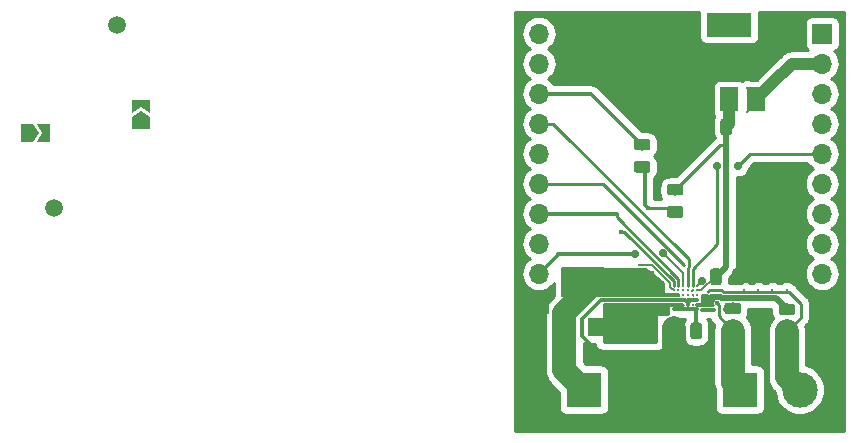
<source format=gbr>
G04 #@! TF.GenerationSoftware,KiCad,Pcbnew,5.1.1-8be2ce7~80~ubuntu18.10.1*
G04 #@! TF.CreationDate,2019-05-27T00:45:37+08:00*
G04 #@! TF.ProjectId,tas2562_dev_pcb,74617332-3536-4325-9f64-65765f706362,rev?*
G04 #@! TF.SameCoordinates,Original*
G04 #@! TF.FileFunction,Copper,L1,Top*
G04 #@! TF.FilePolarity,Positive*
%FSLAX46Y46*%
G04 Gerber Fmt 4.6, Leading zero omitted, Abs format (unit mm)*
G04 Created by KiCad (PCBNEW 5.1.1-8be2ce7~80~ubuntu18.10.1) date 2019-05-27 00:45:37*
%MOMM*%
%LPD*%
G04 APERTURE LIST*
%ADD10C,0.230000*%
%ADD11O,1.700000X1.700000*%
%ADD12R,1.700000X1.700000*%
%ADD13C,0.100000*%
%ADD14C,0.975000*%
%ADD15R,3.000000X3.000000*%
%ADD16C,3.000000*%
%ADD17C,1.500000*%
%ADD18R,3.800000X2.000000*%
%ADD19R,1.500000X2.000000*%
%ADD20R,5.600000X1.550000*%
%ADD21C,0.300000*%
%ADD22C,0.400000*%
%ADD23C,0.700000*%
%ADD24C,0.200000*%
%ADD25C,0.150000*%
%ADD26C,0.300000*%
%ADD27C,1.000000*%
%ADD28C,0.150000*%
%ADD29C,0.250000*%
%ADD30C,0.200000*%
%ADD31C,2.000000*%
%ADD32C,0.500000*%
%ADD33C,0.254000*%
G04 APERTURE END LIST*
D10*
X162400000Y-103600000D03*
X162000000Y-103600000D03*
X161600000Y-103600000D03*
X161200000Y-103600000D03*
X160800000Y-103600000D03*
X160400000Y-103600000D03*
X162400000Y-103200000D03*
X162000000Y-103200000D03*
X161600000Y-103200000D03*
X161200000Y-103200000D03*
X160800000Y-103200000D03*
X160400000Y-103200000D03*
X162400000Y-102800000D03*
X162000000Y-102800000D03*
X161600000Y-102800000D03*
X161200000Y-102800000D03*
X160800000Y-102800000D03*
X160400000Y-102800000D03*
X162400000Y-102400000D03*
X162000000Y-102400000D03*
X161600000Y-102400000D03*
X161200000Y-102400000D03*
X160800000Y-102400000D03*
X160400000Y-102400000D03*
X162400000Y-102000000D03*
X162000000Y-102000000D03*
X161600000Y-102000000D03*
X161200000Y-102000000D03*
X160800000Y-102000000D03*
X160400000Y-102000000D03*
X162400000Y-101600000D03*
X162000000Y-101600000D03*
X161600000Y-101600000D03*
X161200000Y-101600000D03*
X160800000Y-101600000D03*
X160400000Y-101600000D03*
D11*
X148996400Y-80264000D03*
X148996400Y-82804000D03*
X148996400Y-85344000D03*
X148996400Y-87884000D03*
X148996400Y-90424000D03*
X148996400Y-92964000D03*
X148996400Y-95504000D03*
X148996400Y-98044000D03*
X148996400Y-100584000D03*
D12*
X148996400Y-103124000D03*
D11*
X172974000Y-103124000D03*
X172974000Y-100584000D03*
X172974000Y-98044000D03*
X172974000Y-95504000D03*
X172974000Y-92964000D03*
X172974000Y-90424000D03*
X172974000Y-87884000D03*
X172974000Y-85344000D03*
X172974000Y-82804000D03*
D12*
X172974000Y-80264000D03*
D13*
G36*
X161008142Y-92985674D02*
G01*
X161031803Y-92989184D01*
X161055007Y-92994996D01*
X161077529Y-93003054D01*
X161099153Y-93013282D01*
X161119670Y-93025579D01*
X161138883Y-93039829D01*
X161156607Y-93055893D01*
X161172671Y-93073617D01*
X161186921Y-93092830D01*
X161199218Y-93113347D01*
X161209446Y-93134971D01*
X161217504Y-93157493D01*
X161223316Y-93180697D01*
X161226826Y-93204358D01*
X161228000Y-93228250D01*
X161228000Y-93715750D01*
X161226826Y-93739642D01*
X161223316Y-93763303D01*
X161217504Y-93786507D01*
X161209446Y-93809029D01*
X161199218Y-93830653D01*
X161186921Y-93851170D01*
X161172671Y-93870383D01*
X161156607Y-93888107D01*
X161138883Y-93904171D01*
X161119670Y-93918421D01*
X161099153Y-93930718D01*
X161077529Y-93940946D01*
X161055007Y-93949004D01*
X161031803Y-93954816D01*
X161008142Y-93958326D01*
X160984250Y-93959500D01*
X160071750Y-93959500D01*
X160047858Y-93958326D01*
X160024197Y-93954816D01*
X160000993Y-93949004D01*
X159978471Y-93940946D01*
X159956847Y-93930718D01*
X159936330Y-93918421D01*
X159917117Y-93904171D01*
X159899393Y-93888107D01*
X159883329Y-93870383D01*
X159869079Y-93851170D01*
X159856782Y-93830653D01*
X159846554Y-93809029D01*
X159838496Y-93786507D01*
X159832684Y-93763303D01*
X159829174Y-93739642D01*
X159828000Y-93715750D01*
X159828000Y-93228250D01*
X159829174Y-93204358D01*
X159832684Y-93180697D01*
X159838496Y-93157493D01*
X159846554Y-93134971D01*
X159856782Y-93113347D01*
X159869079Y-93092830D01*
X159883329Y-93073617D01*
X159899393Y-93055893D01*
X159917117Y-93039829D01*
X159936330Y-93025579D01*
X159956847Y-93013282D01*
X159978471Y-93003054D01*
X160000993Y-92994996D01*
X160024197Y-92989184D01*
X160047858Y-92985674D01*
X160071750Y-92984500D01*
X160984250Y-92984500D01*
X161008142Y-92985674D01*
X161008142Y-92985674D01*
G37*
D14*
X160528000Y-93472000D03*
D13*
G36*
X161008142Y-94860674D02*
G01*
X161031803Y-94864184D01*
X161055007Y-94869996D01*
X161077529Y-94878054D01*
X161099153Y-94888282D01*
X161119670Y-94900579D01*
X161138883Y-94914829D01*
X161156607Y-94930893D01*
X161172671Y-94948617D01*
X161186921Y-94967830D01*
X161199218Y-94988347D01*
X161209446Y-95009971D01*
X161217504Y-95032493D01*
X161223316Y-95055697D01*
X161226826Y-95079358D01*
X161228000Y-95103250D01*
X161228000Y-95590750D01*
X161226826Y-95614642D01*
X161223316Y-95638303D01*
X161217504Y-95661507D01*
X161209446Y-95684029D01*
X161199218Y-95705653D01*
X161186921Y-95726170D01*
X161172671Y-95745383D01*
X161156607Y-95763107D01*
X161138883Y-95779171D01*
X161119670Y-95793421D01*
X161099153Y-95805718D01*
X161077529Y-95815946D01*
X161055007Y-95824004D01*
X161031803Y-95829816D01*
X161008142Y-95833326D01*
X160984250Y-95834500D01*
X160071750Y-95834500D01*
X160047858Y-95833326D01*
X160024197Y-95829816D01*
X160000993Y-95824004D01*
X159978471Y-95815946D01*
X159956847Y-95805718D01*
X159936330Y-95793421D01*
X159917117Y-95779171D01*
X159899393Y-95763107D01*
X159883329Y-95745383D01*
X159869079Y-95726170D01*
X159856782Y-95705653D01*
X159846554Y-95684029D01*
X159838496Y-95661507D01*
X159832684Y-95638303D01*
X159829174Y-95614642D01*
X159828000Y-95590750D01*
X159828000Y-95103250D01*
X159829174Y-95079358D01*
X159832684Y-95055697D01*
X159838496Y-95032493D01*
X159846554Y-95009971D01*
X159856782Y-94988347D01*
X159869079Y-94967830D01*
X159883329Y-94948617D01*
X159899393Y-94930893D01*
X159917117Y-94914829D01*
X159936330Y-94900579D01*
X159956847Y-94888282D01*
X159978471Y-94878054D01*
X160000993Y-94869996D01*
X160024197Y-94864184D01*
X160047858Y-94860674D01*
X160071750Y-94859500D01*
X160984250Y-94859500D01*
X161008142Y-94860674D01*
X161008142Y-94860674D01*
G37*
D14*
X160528000Y-95347000D03*
D13*
G36*
X158214142Y-91050674D02*
G01*
X158237803Y-91054184D01*
X158261007Y-91059996D01*
X158283529Y-91068054D01*
X158305153Y-91078282D01*
X158325670Y-91090579D01*
X158344883Y-91104829D01*
X158362607Y-91120893D01*
X158378671Y-91138617D01*
X158392921Y-91157830D01*
X158405218Y-91178347D01*
X158415446Y-91199971D01*
X158423504Y-91222493D01*
X158429316Y-91245697D01*
X158432826Y-91269358D01*
X158434000Y-91293250D01*
X158434000Y-91780750D01*
X158432826Y-91804642D01*
X158429316Y-91828303D01*
X158423504Y-91851507D01*
X158415446Y-91874029D01*
X158405218Y-91895653D01*
X158392921Y-91916170D01*
X158378671Y-91935383D01*
X158362607Y-91953107D01*
X158344883Y-91969171D01*
X158325670Y-91983421D01*
X158305153Y-91995718D01*
X158283529Y-92005946D01*
X158261007Y-92014004D01*
X158237803Y-92019816D01*
X158214142Y-92023326D01*
X158190250Y-92024500D01*
X157277750Y-92024500D01*
X157253858Y-92023326D01*
X157230197Y-92019816D01*
X157206993Y-92014004D01*
X157184471Y-92005946D01*
X157162847Y-91995718D01*
X157142330Y-91983421D01*
X157123117Y-91969171D01*
X157105393Y-91953107D01*
X157089329Y-91935383D01*
X157075079Y-91916170D01*
X157062782Y-91895653D01*
X157052554Y-91874029D01*
X157044496Y-91851507D01*
X157038684Y-91828303D01*
X157035174Y-91804642D01*
X157034000Y-91780750D01*
X157034000Y-91293250D01*
X157035174Y-91269358D01*
X157038684Y-91245697D01*
X157044496Y-91222493D01*
X157052554Y-91199971D01*
X157062782Y-91178347D01*
X157075079Y-91157830D01*
X157089329Y-91138617D01*
X157105393Y-91120893D01*
X157123117Y-91104829D01*
X157142330Y-91090579D01*
X157162847Y-91078282D01*
X157184471Y-91068054D01*
X157206993Y-91059996D01*
X157230197Y-91054184D01*
X157253858Y-91050674D01*
X157277750Y-91049500D01*
X158190250Y-91049500D01*
X158214142Y-91050674D01*
X158214142Y-91050674D01*
G37*
D14*
X157734000Y-91537000D03*
D13*
G36*
X158214142Y-89175674D02*
G01*
X158237803Y-89179184D01*
X158261007Y-89184996D01*
X158283529Y-89193054D01*
X158305153Y-89203282D01*
X158325670Y-89215579D01*
X158344883Y-89229829D01*
X158362607Y-89245893D01*
X158378671Y-89263617D01*
X158392921Y-89282830D01*
X158405218Y-89303347D01*
X158415446Y-89324971D01*
X158423504Y-89347493D01*
X158429316Y-89370697D01*
X158432826Y-89394358D01*
X158434000Y-89418250D01*
X158434000Y-89905750D01*
X158432826Y-89929642D01*
X158429316Y-89953303D01*
X158423504Y-89976507D01*
X158415446Y-89999029D01*
X158405218Y-90020653D01*
X158392921Y-90041170D01*
X158378671Y-90060383D01*
X158362607Y-90078107D01*
X158344883Y-90094171D01*
X158325670Y-90108421D01*
X158305153Y-90120718D01*
X158283529Y-90130946D01*
X158261007Y-90139004D01*
X158237803Y-90144816D01*
X158214142Y-90148326D01*
X158190250Y-90149500D01*
X157277750Y-90149500D01*
X157253858Y-90148326D01*
X157230197Y-90144816D01*
X157206993Y-90139004D01*
X157184471Y-90130946D01*
X157162847Y-90120718D01*
X157142330Y-90108421D01*
X157123117Y-90094171D01*
X157105393Y-90078107D01*
X157089329Y-90060383D01*
X157075079Y-90041170D01*
X157062782Y-90020653D01*
X157052554Y-89999029D01*
X157044496Y-89976507D01*
X157038684Y-89953303D01*
X157035174Y-89929642D01*
X157034000Y-89905750D01*
X157034000Y-89418250D01*
X157035174Y-89394358D01*
X157038684Y-89370697D01*
X157044496Y-89347493D01*
X157052554Y-89324971D01*
X157062782Y-89303347D01*
X157075079Y-89282830D01*
X157089329Y-89263617D01*
X157105393Y-89245893D01*
X157123117Y-89229829D01*
X157142330Y-89215579D01*
X157162847Y-89203282D01*
X157184471Y-89193054D01*
X157206993Y-89184996D01*
X157230197Y-89179184D01*
X157253858Y-89175674D01*
X157277750Y-89174500D01*
X158190250Y-89174500D01*
X158214142Y-89175674D01*
X158214142Y-89175674D01*
G37*
D14*
X157734000Y-89662000D03*
D13*
G36*
X165113642Y-87439174D02*
G01*
X165137303Y-87442684D01*
X165160507Y-87448496D01*
X165183029Y-87456554D01*
X165204653Y-87466782D01*
X165225170Y-87479079D01*
X165244383Y-87493329D01*
X165262107Y-87509393D01*
X165278171Y-87527117D01*
X165292421Y-87546330D01*
X165304718Y-87566847D01*
X165314946Y-87588471D01*
X165323004Y-87610993D01*
X165328816Y-87634197D01*
X165332326Y-87657858D01*
X165333500Y-87681750D01*
X165333500Y-88594250D01*
X165332326Y-88618142D01*
X165328816Y-88641803D01*
X165323004Y-88665007D01*
X165314946Y-88687529D01*
X165304718Y-88709153D01*
X165292421Y-88729670D01*
X165278171Y-88748883D01*
X165262107Y-88766607D01*
X165244383Y-88782671D01*
X165225170Y-88796921D01*
X165204653Y-88809218D01*
X165183029Y-88819446D01*
X165160507Y-88827504D01*
X165137303Y-88833316D01*
X165113642Y-88836826D01*
X165089750Y-88838000D01*
X164602250Y-88838000D01*
X164578358Y-88836826D01*
X164554697Y-88833316D01*
X164531493Y-88827504D01*
X164508971Y-88819446D01*
X164487347Y-88809218D01*
X164466830Y-88796921D01*
X164447617Y-88782671D01*
X164429893Y-88766607D01*
X164413829Y-88748883D01*
X164399579Y-88729670D01*
X164387282Y-88709153D01*
X164377054Y-88687529D01*
X164368996Y-88665007D01*
X164363184Y-88641803D01*
X164359674Y-88618142D01*
X164358500Y-88594250D01*
X164358500Y-87681750D01*
X164359674Y-87657858D01*
X164363184Y-87634197D01*
X164368996Y-87610993D01*
X164377054Y-87588471D01*
X164387282Y-87566847D01*
X164399579Y-87546330D01*
X164413829Y-87527117D01*
X164429893Y-87509393D01*
X164447617Y-87493329D01*
X164466830Y-87479079D01*
X164487347Y-87466782D01*
X164508971Y-87456554D01*
X164531493Y-87448496D01*
X164554697Y-87442684D01*
X164578358Y-87439174D01*
X164602250Y-87438000D01*
X165089750Y-87438000D01*
X165113642Y-87439174D01*
X165113642Y-87439174D01*
G37*
D14*
X164846000Y-88138000D03*
D13*
G36*
X163238642Y-87439174D02*
G01*
X163262303Y-87442684D01*
X163285507Y-87448496D01*
X163308029Y-87456554D01*
X163329653Y-87466782D01*
X163350170Y-87479079D01*
X163369383Y-87493329D01*
X163387107Y-87509393D01*
X163403171Y-87527117D01*
X163417421Y-87546330D01*
X163429718Y-87566847D01*
X163439946Y-87588471D01*
X163448004Y-87610993D01*
X163453816Y-87634197D01*
X163457326Y-87657858D01*
X163458500Y-87681750D01*
X163458500Y-88594250D01*
X163457326Y-88618142D01*
X163453816Y-88641803D01*
X163448004Y-88665007D01*
X163439946Y-88687529D01*
X163429718Y-88709153D01*
X163417421Y-88729670D01*
X163403171Y-88748883D01*
X163387107Y-88766607D01*
X163369383Y-88782671D01*
X163350170Y-88796921D01*
X163329653Y-88809218D01*
X163308029Y-88819446D01*
X163285507Y-88827504D01*
X163262303Y-88833316D01*
X163238642Y-88836826D01*
X163214750Y-88838000D01*
X162727250Y-88838000D01*
X162703358Y-88836826D01*
X162679697Y-88833316D01*
X162656493Y-88827504D01*
X162633971Y-88819446D01*
X162612347Y-88809218D01*
X162591830Y-88796921D01*
X162572617Y-88782671D01*
X162554893Y-88766607D01*
X162538829Y-88748883D01*
X162524579Y-88729670D01*
X162512282Y-88709153D01*
X162502054Y-88687529D01*
X162493996Y-88665007D01*
X162488184Y-88641803D01*
X162484674Y-88618142D01*
X162483500Y-88594250D01*
X162483500Y-87681750D01*
X162484674Y-87657858D01*
X162488184Y-87634197D01*
X162493996Y-87610993D01*
X162502054Y-87588471D01*
X162512282Y-87566847D01*
X162524579Y-87546330D01*
X162538829Y-87527117D01*
X162554893Y-87509393D01*
X162572617Y-87493329D01*
X162591830Y-87479079D01*
X162612347Y-87466782D01*
X162633971Y-87456554D01*
X162656493Y-87448496D01*
X162679697Y-87442684D01*
X162703358Y-87439174D01*
X162727250Y-87438000D01*
X163214750Y-87438000D01*
X163238642Y-87439174D01*
X163238642Y-87439174D01*
G37*
D14*
X162971000Y-88138000D03*
D13*
G36*
X166129642Y-100139174D02*
G01*
X166153303Y-100142684D01*
X166176507Y-100148496D01*
X166199029Y-100156554D01*
X166220653Y-100166782D01*
X166241170Y-100179079D01*
X166260383Y-100193329D01*
X166278107Y-100209393D01*
X166294171Y-100227117D01*
X166308421Y-100246330D01*
X166320718Y-100266847D01*
X166330946Y-100288471D01*
X166339004Y-100310993D01*
X166344816Y-100334197D01*
X166348326Y-100357858D01*
X166349500Y-100381750D01*
X166349500Y-101294250D01*
X166348326Y-101318142D01*
X166344816Y-101341803D01*
X166339004Y-101365007D01*
X166330946Y-101387529D01*
X166320718Y-101409153D01*
X166308421Y-101429670D01*
X166294171Y-101448883D01*
X166278107Y-101466607D01*
X166260383Y-101482671D01*
X166241170Y-101496921D01*
X166220653Y-101509218D01*
X166199029Y-101519446D01*
X166176507Y-101527504D01*
X166153303Y-101533316D01*
X166129642Y-101536826D01*
X166105750Y-101538000D01*
X165618250Y-101538000D01*
X165594358Y-101536826D01*
X165570697Y-101533316D01*
X165547493Y-101527504D01*
X165524971Y-101519446D01*
X165503347Y-101509218D01*
X165482830Y-101496921D01*
X165463617Y-101482671D01*
X165445893Y-101466607D01*
X165429829Y-101448883D01*
X165415579Y-101429670D01*
X165403282Y-101409153D01*
X165393054Y-101387529D01*
X165384996Y-101365007D01*
X165379184Y-101341803D01*
X165375674Y-101318142D01*
X165374500Y-101294250D01*
X165374500Y-100381750D01*
X165375674Y-100357858D01*
X165379184Y-100334197D01*
X165384996Y-100310993D01*
X165393054Y-100288471D01*
X165403282Y-100266847D01*
X165415579Y-100246330D01*
X165429829Y-100227117D01*
X165445893Y-100209393D01*
X165463617Y-100193329D01*
X165482830Y-100179079D01*
X165503347Y-100166782D01*
X165524971Y-100156554D01*
X165547493Y-100148496D01*
X165570697Y-100142684D01*
X165594358Y-100139174D01*
X165618250Y-100138000D01*
X166105750Y-100138000D01*
X166129642Y-100139174D01*
X166129642Y-100139174D01*
G37*
D14*
X165862000Y-100838000D03*
D13*
G36*
X164254642Y-100139174D02*
G01*
X164278303Y-100142684D01*
X164301507Y-100148496D01*
X164324029Y-100156554D01*
X164345653Y-100166782D01*
X164366170Y-100179079D01*
X164385383Y-100193329D01*
X164403107Y-100209393D01*
X164419171Y-100227117D01*
X164433421Y-100246330D01*
X164445718Y-100266847D01*
X164455946Y-100288471D01*
X164464004Y-100310993D01*
X164469816Y-100334197D01*
X164473326Y-100357858D01*
X164474500Y-100381750D01*
X164474500Y-101294250D01*
X164473326Y-101318142D01*
X164469816Y-101341803D01*
X164464004Y-101365007D01*
X164455946Y-101387529D01*
X164445718Y-101409153D01*
X164433421Y-101429670D01*
X164419171Y-101448883D01*
X164403107Y-101466607D01*
X164385383Y-101482671D01*
X164366170Y-101496921D01*
X164345653Y-101509218D01*
X164324029Y-101519446D01*
X164301507Y-101527504D01*
X164278303Y-101533316D01*
X164254642Y-101536826D01*
X164230750Y-101538000D01*
X163743250Y-101538000D01*
X163719358Y-101536826D01*
X163695697Y-101533316D01*
X163672493Y-101527504D01*
X163649971Y-101519446D01*
X163628347Y-101509218D01*
X163607830Y-101496921D01*
X163588617Y-101482671D01*
X163570893Y-101466607D01*
X163554829Y-101448883D01*
X163540579Y-101429670D01*
X163528282Y-101409153D01*
X163518054Y-101387529D01*
X163509996Y-101365007D01*
X163504184Y-101341803D01*
X163500674Y-101318142D01*
X163499500Y-101294250D01*
X163499500Y-100381750D01*
X163500674Y-100357858D01*
X163504184Y-100334197D01*
X163509996Y-100310993D01*
X163518054Y-100288471D01*
X163528282Y-100266847D01*
X163540579Y-100246330D01*
X163554829Y-100227117D01*
X163570893Y-100209393D01*
X163588617Y-100193329D01*
X163607830Y-100179079D01*
X163628347Y-100166782D01*
X163649971Y-100156554D01*
X163672493Y-100148496D01*
X163695697Y-100142684D01*
X163719358Y-100139174D01*
X163743250Y-100138000D01*
X164230750Y-100138000D01*
X164254642Y-100139174D01*
X164254642Y-100139174D01*
G37*
D14*
X163987000Y-100838000D03*
D13*
G36*
X160698642Y-104711174D02*
G01*
X160722303Y-104714684D01*
X160745507Y-104720496D01*
X160768029Y-104728554D01*
X160789653Y-104738782D01*
X160810170Y-104751079D01*
X160829383Y-104765329D01*
X160847107Y-104781393D01*
X160863171Y-104799117D01*
X160877421Y-104818330D01*
X160889718Y-104838847D01*
X160899946Y-104860471D01*
X160908004Y-104882993D01*
X160913816Y-104906197D01*
X160917326Y-104929858D01*
X160918500Y-104953750D01*
X160918500Y-105866250D01*
X160917326Y-105890142D01*
X160913816Y-105913803D01*
X160908004Y-105937007D01*
X160899946Y-105959529D01*
X160889718Y-105981153D01*
X160877421Y-106001670D01*
X160863171Y-106020883D01*
X160847107Y-106038607D01*
X160829383Y-106054671D01*
X160810170Y-106068921D01*
X160789653Y-106081218D01*
X160768029Y-106091446D01*
X160745507Y-106099504D01*
X160722303Y-106105316D01*
X160698642Y-106108826D01*
X160674750Y-106110000D01*
X160187250Y-106110000D01*
X160163358Y-106108826D01*
X160139697Y-106105316D01*
X160116493Y-106099504D01*
X160093971Y-106091446D01*
X160072347Y-106081218D01*
X160051830Y-106068921D01*
X160032617Y-106054671D01*
X160014893Y-106038607D01*
X159998829Y-106020883D01*
X159984579Y-106001670D01*
X159972282Y-105981153D01*
X159962054Y-105959529D01*
X159953996Y-105937007D01*
X159948184Y-105913803D01*
X159944674Y-105890142D01*
X159943500Y-105866250D01*
X159943500Y-104953750D01*
X159944674Y-104929858D01*
X159948184Y-104906197D01*
X159953996Y-104882993D01*
X159962054Y-104860471D01*
X159972282Y-104838847D01*
X159984579Y-104818330D01*
X159998829Y-104799117D01*
X160014893Y-104781393D01*
X160032617Y-104765329D01*
X160051830Y-104751079D01*
X160072347Y-104738782D01*
X160093971Y-104728554D01*
X160116493Y-104720496D01*
X160139697Y-104714684D01*
X160163358Y-104711174D01*
X160187250Y-104710000D01*
X160674750Y-104710000D01*
X160698642Y-104711174D01*
X160698642Y-104711174D01*
G37*
D14*
X160431000Y-105410000D03*
D13*
G36*
X162573642Y-104711174D02*
G01*
X162597303Y-104714684D01*
X162620507Y-104720496D01*
X162643029Y-104728554D01*
X162664653Y-104738782D01*
X162685170Y-104751079D01*
X162704383Y-104765329D01*
X162722107Y-104781393D01*
X162738171Y-104799117D01*
X162752421Y-104818330D01*
X162764718Y-104838847D01*
X162774946Y-104860471D01*
X162783004Y-104882993D01*
X162788816Y-104906197D01*
X162792326Y-104929858D01*
X162793500Y-104953750D01*
X162793500Y-105866250D01*
X162792326Y-105890142D01*
X162788816Y-105913803D01*
X162783004Y-105937007D01*
X162774946Y-105959529D01*
X162764718Y-105981153D01*
X162752421Y-106001670D01*
X162738171Y-106020883D01*
X162722107Y-106038607D01*
X162704383Y-106054671D01*
X162685170Y-106068921D01*
X162664653Y-106081218D01*
X162643029Y-106091446D01*
X162620507Y-106099504D01*
X162597303Y-106105316D01*
X162573642Y-106108826D01*
X162549750Y-106110000D01*
X162062250Y-106110000D01*
X162038358Y-106108826D01*
X162014697Y-106105316D01*
X161991493Y-106099504D01*
X161968971Y-106091446D01*
X161947347Y-106081218D01*
X161926830Y-106068921D01*
X161907617Y-106054671D01*
X161889893Y-106038607D01*
X161873829Y-106020883D01*
X161859579Y-106001670D01*
X161847282Y-105981153D01*
X161837054Y-105959529D01*
X161828996Y-105937007D01*
X161823184Y-105913803D01*
X161819674Y-105890142D01*
X161818500Y-105866250D01*
X161818500Y-104953750D01*
X161819674Y-104929858D01*
X161823184Y-104906197D01*
X161828996Y-104882993D01*
X161837054Y-104860471D01*
X161847282Y-104838847D01*
X161859579Y-104818330D01*
X161873829Y-104799117D01*
X161889893Y-104781393D01*
X161907617Y-104765329D01*
X161926830Y-104751079D01*
X161947347Y-104738782D01*
X161968971Y-104728554D01*
X161991493Y-104720496D01*
X162014697Y-104714684D01*
X162038358Y-104711174D01*
X162062250Y-104710000D01*
X162549750Y-104710000D01*
X162573642Y-104711174D01*
X162573642Y-104711174D01*
G37*
D14*
X162306000Y-105410000D03*
D15*
X152800000Y-110400000D03*
D16*
X157880000Y-110400000D03*
D13*
G36*
X170480142Y-104988674D02*
G01*
X170503803Y-104992184D01*
X170527007Y-104997996D01*
X170549529Y-105006054D01*
X170571153Y-105016282D01*
X170591670Y-105028579D01*
X170610883Y-105042829D01*
X170628607Y-105058893D01*
X170644671Y-105076617D01*
X170658921Y-105095830D01*
X170671218Y-105116347D01*
X170681446Y-105137971D01*
X170689504Y-105160493D01*
X170695316Y-105183697D01*
X170698826Y-105207358D01*
X170700000Y-105231250D01*
X170700000Y-105718750D01*
X170698826Y-105742642D01*
X170695316Y-105766303D01*
X170689504Y-105789507D01*
X170681446Y-105812029D01*
X170671218Y-105833653D01*
X170658921Y-105854170D01*
X170644671Y-105873383D01*
X170628607Y-105891107D01*
X170610883Y-105907171D01*
X170591670Y-105921421D01*
X170571153Y-105933718D01*
X170549529Y-105943946D01*
X170527007Y-105952004D01*
X170503803Y-105957816D01*
X170480142Y-105961326D01*
X170456250Y-105962500D01*
X169543750Y-105962500D01*
X169519858Y-105961326D01*
X169496197Y-105957816D01*
X169472993Y-105952004D01*
X169450471Y-105943946D01*
X169428847Y-105933718D01*
X169408330Y-105921421D01*
X169389117Y-105907171D01*
X169371393Y-105891107D01*
X169355329Y-105873383D01*
X169341079Y-105854170D01*
X169328782Y-105833653D01*
X169318554Y-105812029D01*
X169310496Y-105789507D01*
X169304684Y-105766303D01*
X169301174Y-105742642D01*
X169300000Y-105718750D01*
X169300000Y-105231250D01*
X169301174Y-105207358D01*
X169304684Y-105183697D01*
X169310496Y-105160493D01*
X169318554Y-105137971D01*
X169328782Y-105116347D01*
X169341079Y-105095830D01*
X169355329Y-105076617D01*
X169371393Y-105058893D01*
X169389117Y-105042829D01*
X169408330Y-105028579D01*
X169428847Y-105016282D01*
X169450471Y-105006054D01*
X169472993Y-104997996D01*
X169496197Y-104992184D01*
X169519858Y-104988674D01*
X169543750Y-104987500D01*
X170456250Y-104987500D01*
X170480142Y-104988674D01*
X170480142Y-104988674D01*
G37*
D14*
X170000000Y-105475000D03*
D13*
G36*
X170480142Y-103113674D02*
G01*
X170503803Y-103117184D01*
X170527007Y-103122996D01*
X170549529Y-103131054D01*
X170571153Y-103141282D01*
X170591670Y-103153579D01*
X170610883Y-103167829D01*
X170628607Y-103183893D01*
X170644671Y-103201617D01*
X170658921Y-103220830D01*
X170671218Y-103241347D01*
X170681446Y-103262971D01*
X170689504Y-103285493D01*
X170695316Y-103308697D01*
X170698826Y-103332358D01*
X170700000Y-103356250D01*
X170700000Y-103843750D01*
X170698826Y-103867642D01*
X170695316Y-103891303D01*
X170689504Y-103914507D01*
X170681446Y-103937029D01*
X170671218Y-103958653D01*
X170658921Y-103979170D01*
X170644671Y-103998383D01*
X170628607Y-104016107D01*
X170610883Y-104032171D01*
X170591670Y-104046421D01*
X170571153Y-104058718D01*
X170549529Y-104068946D01*
X170527007Y-104077004D01*
X170503803Y-104082816D01*
X170480142Y-104086326D01*
X170456250Y-104087500D01*
X169543750Y-104087500D01*
X169519858Y-104086326D01*
X169496197Y-104082816D01*
X169472993Y-104077004D01*
X169450471Y-104068946D01*
X169428847Y-104058718D01*
X169408330Y-104046421D01*
X169389117Y-104032171D01*
X169371393Y-104016107D01*
X169355329Y-103998383D01*
X169341079Y-103979170D01*
X169328782Y-103958653D01*
X169318554Y-103937029D01*
X169310496Y-103914507D01*
X169304684Y-103891303D01*
X169301174Y-103867642D01*
X169300000Y-103843750D01*
X169300000Y-103356250D01*
X169301174Y-103332358D01*
X169304684Y-103308697D01*
X169310496Y-103285493D01*
X169318554Y-103262971D01*
X169328782Y-103241347D01*
X169341079Y-103220830D01*
X169355329Y-103201617D01*
X169371393Y-103183893D01*
X169389117Y-103167829D01*
X169408330Y-103153579D01*
X169428847Y-103141282D01*
X169450471Y-103131054D01*
X169472993Y-103122996D01*
X169496197Y-103117184D01*
X169519858Y-103113674D01*
X169543750Y-103112500D01*
X170456250Y-103112500D01*
X170480142Y-103113674D01*
X170480142Y-103113674D01*
G37*
D14*
X170000000Y-103600000D03*
D13*
G36*
X165880142Y-104913674D02*
G01*
X165903803Y-104917184D01*
X165927007Y-104922996D01*
X165949529Y-104931054D01*
X165971153Y-104941282D01*
X165991670Y-104953579D01*
X166010883Y-104967829D01*
X166028607Y-104983893D01*
X166044671Y-105001617D01*
X166058921Y-105020830D01*
X166071218Y-105041347D01*
X166081446Y-105062971D01*
X166089504Y-105085493D01*
X166095316Y-105108697D01*
X166098826Y-105132358D01*
X166100000Y-105156250D01*
X166100000Y-105643750D01*
X166098826Y-105667642D01*
X166095316Y-105691303D01*
X166089504Y-105714507D01*
X166081446Y-105737029D01*
X166071218Y-105758653D01*
X166058921Y-105779170D01*
X166044671Y-105798383D01*
X166028607Y-105816107D01*
X166010883Y-105832171D01*
X165991670Y-105846421D01*
X165971153Y-105858718D01*
X165949529Y-105868946D01*
X165927007Y-105877004D01*
X165903803Y-105882816D01*
X165880142Y-105886326D01*
X165856250Y-105887500D01*
X164943750Y-105887500D01*
X164919858Y-105886326D01*
X164896197Y-105882816D01*
X164872993Y-105877004D01*
X164850471Y-105868946D01*
X164828847Y-105858718D01*
X164808330Y-105846421D01*
X164789117Y-105832171D01*
X164771393Y-105816107D01*
X164755329Y-105798383D01*
X164741079Y-105779170D01*
X164728782Y-105758653D01*
X164718554Y-105737029D01*
X164710496Y-105714507D01*
X164704684Y-105691303D01*
X164701174Y-105667642D01*
X164700000Y-105643750D01*
X164700000Y-105156250D01*
X164701174Y-105132358D01*
X164704684Y-105108697D01*
X164710496Y-105085493D01*
X164718554Y-105062971D01*
X164728782Y-105041347D01*
X164741079Y-105020830D01*
X164755329Y-105001617D01*
X164771393Y-104983893D01*
X164789117Y-104967829D01*
X164808330Y-104953579D01*
X164828847Y-104941282D01*
X164850471Y-104931054D01*
X164872993Y-104922996D01*
X164896197Y-104917184D01*
X164919858Y-104913674D01*
X164943750Y-104912500D01*
X165856250Y-104912500D01*
X165880142Y-104913674D01*
X165880142Y-104913674D01*
G37*
D14*
X165400000Y-105400000D03*
D13*
G36*
X165880142Y-103038674D02*
G01*
X165903803Y-103042184D01*
X165927007Y-103047996D01*
X165949529Y-103056054D01*
X165971153Y-103066282D01*
X165991670Y-103078579D01*
X166010883Y-103092829D01*
X166028607Y-103108893D01*
X166044671Y-103126617D01*
X166058921Y-103145830D01*
X166071218Y-103166347D01*
X166081446Y-103187971D01*
X166089504Y-103210493D01*
X166095316Y-103233697D01*
X166098826Y-103257358D01*
X166100000Y-103281250D01*
X166100000Y-103768750D01*
X166098826Y-103792642D01*
X166095316Y-103816303D01*
X166089504Y-103839507D01*
X166081446Y-103862029D01*
X166071218Y-103883653D01*
X166058921Y-103904170D01*
X166044671Y-103923383D01*
X166028607Y-103941107D01*
X166010883Y-103957171D01*
X165991670Y-103971421D01*
X165971153Y-103983718D01*
X165949529Y-103993946D01*
X165927007Y-104002004D01*
X165903803Y-104007816D01*
X165880142Y-104011326D01*
X165856250Y-104012500D01*
X164943750Y-104012500D01*
X164919858Y-104011326D01*
X164896197Y-104007816D01*
X164872993Y-104002004D01*
X164850471Y-103993946D01*
X164828847Y-103983718D01*
X164808330Y-103971421D01*
X164789117Y-103957171D01*
X164771393Y-103941107D01*
X164755329Y-103923383D01*
X164741079Y-103904170D01*
X164728782Y-103883653D01*
X164718554Y-103862029D01*
X164710496Y-103839507D01*
X164704684Y-103816303D01*
X164701174Y-103792642D01*
X164700000Y-103768750D01*
X164700000Y-103281250D01*
X164701174Y-103257358D01*
X164704684Y-103233697D01*
X164710496Y-103210493D01*
X164718554Y-103187971D01*
X164728782Y-103166347D01*
X164741079Y-103145830D01*
X164755329Y-103126617D01*
X164771393Y-103108893D01*
X164789117Y-103092829D01*
X164808330Y-103078579D01*
X164828847Y-103066282D01*
X164850471Y-103056054D01*
X164872993Y-103047996D01*
X164896197Y-103042184D01*
X164919858Y-103038674D01*
X164943750Y-103037500D01*
X165856250Y-103037500D01*
X165880142Y-103038674D01*
X165880142Y-103038674D01*
G37*
D14*
X165400000Y-103525000D03*
D16*
X171080000Y-110400000D03*
D15*
X166000000Y-110400000D03*
D17*
X113284000Y-79502000D03*
X107950000Y-94996000D03*
D18*
X165100000Y-79502000D03*
D19*
X165100000Y-85802000D03*
X167400000Y-85802000D03*
X162800000Y-85802000D03*
D20*
X155956000Y-101120000D03*
X155956000Y-105120000D03*
D21*
X105664000Y-88646000D03*
D13*
G36*
X106664000Y-88646000D02*
G01*
X106164000Y-89396000D01*
X105164000Y-89396000D01*
X105164000Y-87896000D01*
X106164000Y-87896000D01*
X106664000Y-88646000D01*
X106664000Y-88646000D01*
G37*
D21*
X107114000Y-88646000D03*
D13*
G36*
X107614000Y-89396000D02*
G01*
X106464000Y-89396000D01*
X106964000Y-88646000D01*
X106464000Y-87896000D01*
X107614000Y-87896000D01*
X107614000Y-89396000D01*
X107614000Y-89396000D01*
G37*
D21*
X115316000Y-86360000D03*
D13*
G36*
X116066000Y-85860000D02*
G01*
X116066000Y-87010000D01*
X115316000Y-86510000D01*
X114566000Y-87010000D01*
X114566000Y-85860000D01*
X116066000Y-85860000D01*
X116066000Y-85860000D01*
G37*
D21*
X115316000Y-87810000D03*
D13*
G36*
X115316000Y-86810000D02*
G01*
X116066000Y-87310000D01*
X116066000Y-88310000D01*
X114566000Y-88310000D01*
X114566000Y-87310000D01*
X115316000Y-86810000D01*
X115316000Y-86810000D01*
G37*
D21*
X173634400Y-113487200D03*
X163322000Y-113258600D03*
D22*
X167400000Y-85802000D03*
X167400000Y-85802000D03*
X168765000Y-84437000D03*
D10*
X166624000Y-86868000D03*
X166624000Y-84836000D03*
D23*
X157090712Y-98941265D03*
X159486406Y-98831594D03*
D10*
X160800000Y-102000000D03*
D21*
X161290000Y-99822000D03*
D23*
X164084000Y-91440000D03*
X165862000Y-91440000D03*
X160431000Y-105156000D03*
D10*
X160431000Y-106396000D03*
X160431000Y-107849000D03*
X159349500Y-108930500D03*
X160400000Y-102800000D03*
X160800000Y-102800000D03*
X161200000Y-102800000D03*
D21*
X151257000Y-79959200D03*
X152457000Y-79959200D03*
X153657000Y-79959200D03*
X154857000Y-79959200D03*
X156057000Y-79959200D03*
X157257000Y-79959200D03*
X158457000Y-79959200D03*
X159657000Y-79959200D03*
X160857000Y-79959200D03*
X162057000Y-79959200D03*
X151257000Y-80959200D03*
X152457000Y-80959200D03*
X153657000Y-80959200D03*
X154857000Y-80959200D03*
X156057000Y-80959200D03*
X157257000Y-80959200D03*
X158457000Y-80959200D03*
X159657000Y-80959200D03*
X160857000Y-80959200D03*
X162057000Y-80959200D03*
X151257000Y-81959200D03*
X152457000Y-81959200D03*
X153657000Y-81959200D03*
X154857000Y-81959200D03*
X156057000Y-81959200D03*
X157257000Y-81959200D03*
X158457000Y-81959200D03*
X159657000Y-81959200D03*
X160857000Y-81959200D03*
X162057000Y-81959200D03*
X151257000Y-82959200D03*
X152457000Y-82959200D03*
X153657000Y-82959200D03*
X154857000Y-82959200D03*
X156057000Y-82959200D03*
X157257000Y-82959200D03*
X158457000Y-82959200D03*
X159657000Y-82959200D03*
X160857000Y-82959200D03*
X162057000Y-82959200D03*
X151257000Y-83959200D03*
X152457000Y-83959200D03*
X153657000Y-83959200D03*
X154857000Y-83959200D03*
X156057000Y-83959200D03*
X157257000Y-83959200D03*
X158457000Y-83959200D03*
X159657000Y-83959200D03*
X160857000Y-83959200D03*
X162057000Y-83959200D03*
X166370000Y-92989400D03*
X167570000Y-92989400D03*
X168770000Y-92989400D03*
X169970000Y-92989400D03*
X171170000Y-92989400D03*
X166370000Y-93989400D03*
X167570000Y-93989400D03*
X168770000Y-93989400D03*
X169970000Y-93989400D03*
X171170000Y-93989400D03*
X166370000Y-94989400D03*
X167570000Y-94989400D03*
X168770000Y-94989400D03*
X169970000Y-94989400D03*
X171170000Y-94989400D03*
X166370000Y-95989400D03*
X167570000Y-95989400D03*
X168770000Y-95989400D03*
X169970000Y-95989400D03*
X171170000Y-95989400D03*
X166370000Y-96989400D03*
X167570000Y-96989400D03*
X168770000Y-96989400D03*
X169970000Y-96989400D03*
X171170000Y-96989400D03*
X166370000Y-97989400D03*
X167570000Y-97989400D03*
X168770000Y-97989400D03*
X169970000Y-97989400D03*
X171170000Y-97989400D03*
X166370000Y-98989400D03*
X167570000Y-98989400D03*
X168770000Y-98989400D03*
X169970000Y-98989400D03*
X171170000Y-98989400D03*
X166370000Y-99989400D03*
X167570000Y-99989400D03*
X168770000Y-99989400D03*
X169970000Y-99989400D03*
X171170000Y-99989400D03*
X166370000Y-100989400D03*
X167570000Y-100989400D03*
X168770000Y-100989400D03*
X169970000Y-100989400D03*
X171170000Y-100989400D03*
X166370000Y-101989400D03*
X167570000Y-101989400D03*
X168770000Y-101989400D03*
X169970000Y-101989400D03*
X171170000Y-101989400D03*
X161594800Y-110464600D03*
X161569400Y-111988600D03*
X160020000Y-112471200D03*
X157412960Y-112988360D03*
X149047200Y-113030000D03*
X148158200Y-107797600D03*
X148310600Y-105816400D03*
X168402000Y-113157000D03*
X173634400Y-106349800D03*
X173863000Y-107797600D03*
X147955000Y-111175800D03*
X147624800Y-109372400D03*
X147777200Y-106730800D03*
X157022800Y-85547200D03*
X158013400Y-85623400D03*
X157784800Y-86791800D03*
X159689800Y-86715600D03*
X160248600Y-85623400D03*
X161163000Y-87096600D03*
X159893000Y-88468200D03*
X160096200Y-90398600D03*
X161747200Y-89433400D03*
X160528000Y-89331800D03*
X164617400Y-82448400D03*
X166370000Y-82270600D03*
X169418000Y-79832200D03*
X169392600Y-81610200D03*
X168630600Y-78994000D03*
X170713400Y-78943200D03*
X170840400Y-80797400D03*
X168452800Y-81026000D03*
X170103800Y-81127600D03*
X169697400Y-79095600D03*
X170256200Y-79883000D03*
X168249600Y-80314800D03*
X174015400Y-109423200D03*
D10*
X160800000Y-103600000D03*
X160400000Y-103600000D03*
X161600000Y-102400002D03*
D22*
X155956000Y-97028000D03*
X158242000Y-94996000D03*
D10*
X160400000Y-102400000D03*
X160800000Y-102400000D03*
X153931000Y-101120000D03*
X155956000Y-101120000D03*
X151156000Y-103895000D03*
X151156000Y-105626500D03*
X151156000Y-107289000D03*
X151156000Y-108756000D03*
X152385750Y-102665250D03*
D24*
X157517992Y-102400000D03*
X158280008Y-102400000D03*
X159804000Y-102400000D03*
X159042000Y-102400000D03*
D10*
X161200000Y-103200000D03*
X160800000Y-103200000D03*
X160400000Y-103200000D03*
X156536750Y-103514250D03*
X158178500Y-106108500D03*
X156464000Y-106108500D03*
X155130500Y-106108500D03*
D22*
X157988000Y-103632000D03*
D10*
X162000000Y-102400000D03*
X165400000Y-105400000D03*
X165400000Y-107361000D03*
D22*
X164090603Y-103081990D03*
D10*
X163322000Y-102108000D03*
X170000000Y-105475000D03*
X161200000Y-102400000D03*
X170000000Y-107452500D03*
X162400000Y-101600000D03*
D23*
X162800000Y-101200000D03*
D10*
X162000000Y-103200000D03*
D24*
X162814000Y-103632000D03*
X163322000Y-103632000D03*
X163830000Y-103632000D03*
X164846000Y-103632000D03*
X165293000Y-103632000D03*
D10*
X165901317Y-102655317D03*
X167410183Y-102655317D03*
X164806683Y-102655317D03*
X169055317Y-102655317D03*
X163294733Y-102655317D03*
D24*
X157480000Y-99822000D03*
D25*
X161974762Y-102020553D03*
D10*
X162400000Y-102400000D03*
D26*
X153416000Y-85344000D02*
X157734000Y-89662000D01*
X148996400Y-85344000D02*
X153416000Y-85344000D01*
D27*
X172974000Y-82804000D02*
X170398000Y-82804000D01*
X170398000Y-82804000D02*
X168765000Y-84437000D01*
X168765000Y-84437000D02*
X167400000Y-85802000D01*
D28*
X167400000Y-85802000D02*
X167400000Y-86092000D01*
X167400000Y-86092000D02*
X166624000Y-86868000D01*
X167400000Y-85802000D02*
X167400000Y-85612000D01*
X167400000Y-85612000D02*
X166624000Y-84836000D01*
D26*
X149846399Y-99734001D02*
X150571200Y-99009200D01*
X148996400Y-100584000D02*
X149846399Y-99734001D01*
D29*
X150639135Y-98941265D02*
X150571200Y-99009200D01*
D26*
X150639135Y-98941265D02*
X157090712Y-98941265D01*
D30*
X161200000Y-100545188D02*
X159836405Y-99181593D01*
X159836405Y-99181593D02*
X159486406Y-98831594D01*
X161200000Y-101600000D02*
X161200000Y-100545188D01*
D29*
X155611004Y-95807194D02*
X155611004Y-95504000D01*
X160800000Y-101600000D02*
X160800000Y-100996190D01*
X160800000Y-100996190D02*
X155611004Y-95807194D01*
D26*
X150198481Y-95504000D02*
X155611004Y-95504000D01*
X148996400Y-95504000D02*
X150198481Y-95504000D01*
D29*
X148996400Y-92964000D02*
X154432000Y-92964000D01*
X154432000Y-92964000D02*
X161290000Y-99822000D01*
X166878000Y-90424000D02*
X172974000Y-90424000D01*
X165862000Y-91440000D02*
X166878000Y-90424000D01*
X164084000Y-98077992D02*
X164084000Y-91934974D01*
X162000000Y-100161992D02*
X164084000Y-98077992D01*
X162000000Y-101600000D02*
X162000000Y-100161992D01*
X164084000Y-91934974D02*
X164084000Y-91440000D01*
X161600000Y-101600000D02*
X161600000Y-100067002D01*
X161600000Y-100067002D02*
X161665001Y-100002001D01*
X161665001Y-99350520D02*
X150198481Y-87884000D01*
X150198481Y-87884000D02*
X148996400Y-87884000D01*
X161665001Y-100002001D02*
X161665001Y-99350520D01*
D27*
X162800000Y-87967000D02*
X162971000Y-88138000D01*
X162800000Y-85802000D02*
X162800000Y-87967000D01*
D26*
X160562634Y-102800000D02*
X160400000Y-102800000D01*
X161430658Y-102900314D02*
X161330344Y-102800000D01*
X161759484Y-102900314D02*
X161430658Y-102900314D01*
X161330344Y-102800000D02*
X160562634Y-102800000D01*
X161824799Y-102834999D02*
X161759484Y-102900314D01*
X162202367Y-102834999D02*
X161824799Y-102834999D01*
X162237366Y-102800000D02*
X162202367Y-102834999D01*
X162400000Y-102800000D02*
X162237366Y-102800000D01*
X161600000Y-103200000D02*
X161600000Y-102800000D01*
D31*
X160431000Y-107849000D02*
X160431000Y-106396000D01*
X160431000Y-106396000D02*
X160431000Y-105156000D01*
X157880000Y-110400000D02*
X159349500Y-108930500D01*
X159349500Y-108930500D02*
X160431000Y-107849000D01*
D26*
X154250998Y-102800000D02*
X152654000Y-104396998D01*
X160400000Y-102800000D02*
X154250998Y-102800000D01*
X152654000Y-104396998D02*
X152654000Y-105843002D01*
X156380001Y-108900001D02*
X157880000Y-110400000D01*
X152654000Y-105843002D02*
X155710999Y-108900001D01*
X155710999Y-108900001D02*
X156380001Y-108900001D01*
D13*
X160800000Y-103600000D02*
X161200000Y-103600000D01*
D26*
X160400000Y-103600000D02*
X162400000Y-103600000D01*
X162306000Y-103694000D02*
X162400000Y-103600000D01*
X162306000Y-105156000D02*
X162306000Y-103694000D01*
X161200000Y-103600000D02*
X161600000Y-103600000D01*
D32*
X164846000Y-99979000D02*
X163987000Y-100838000D01*
D27*
X165100000Y-87884000D02*
X164846000Y-88138000D01*
X165100000Y-85802000D02*
X165100000Y-87884000D01*
D28*
X162746798Y-102000000D02*
X163352561Y-101394237D01*
X163352561Y-101394237D02*
X163430763Y-101394237D01*
X162400000Y-102000000D02*
X162746798Y-102000000D01*
X163430763Y-101394237D02*
X163987000Y-100838000D01*
D29*
X160528000Y-93472000D02*
X164338000Y-89662000D01*
X164338000Y-89662000D02*
X164846000Y-89662000D01*
D32*
X164846000Y-88138000D02*
X164846000Y-89662000D01*
X164846000Y-89662000D02*
X164846000Y-99979000D01*
D29*
X160177000Y-94996000D02*
X160528000Y-95347000D01*
X158242000Y-94996000D02*
X160177000Y-94996000D01*
D26*
X157988000Y-94742000D02*
X158242000Y-94996000D01*
X157734000Y-91537000D02*
X157988000Y-91791000D01*
X157988000Y-91791000D02*
X157988000Y-94742000D01*
D29*
X160400000Y-101600000D02*
X160400000Y-101189158D01*
X160400000Y-101189158D02*
X156238842Y-97028000D01*
X156238842Y-97028000D02*
X155956000Y-97028000D01*
D31*
X152800000Y-110400000D02*
X151156000Y-108756000D01*
D26*
X160800000Y-102400000D02*
X160400000Y-102400000D01*
X155956000Y-101120000D02*
X153931000Y-101120000D01*
D31*
X151156000Y-105626500D02*
X151156000Y-103895000D01*
X151156000Y-108756000D02*
X151156000Y-107289000D01*
X151156000Y-107289000D02*
X151156000Y-105626500D01*
X151156000Y-103895000D02*
X152385750Y-102665250D01*
X152385750Y-102665250D02*
X153931000Y-101120000D01*
D29*
X156211000Y-102400000D02*
X157376571Y-102400000D01*
X155956000Y-102145000D02*
X156211000Y-102400000D01*
X157376571Y-102400000D02*
X157517992Y-102400000D01*
X155956000Y-101120000D02*
X155956000Y-102145000D01*
D26*
X157517992Y-102400000D02*
X158280008Y-102400000D01*
X158280008Y-102400000D02*
X159042000Y-102400000D01*
D29*
X155956000Y-105120000D02*
X155956000Y-104095000D01*
X161200000Y-103200000D02*
X161112000Y-103200000D01*
X161112000Y-103200000D02*
X160400000Y-103200000D01*
X155956000Y-104095000D02*
X156536750Y-103514250D01*
D32*
X155956000Y-105120000D02*
X157190000Y-105120000D01*
X157190000Y-105120000D02*
X158178500Y-106108500D01*
X155956000Y-105120000D02*
X155956000Y-105600500D01*
X155956000Y-105600500D02*
X156464000Y-106108500D01*
X155956000Y-105120000D02*
X155956000Y-105283000D01*
X155956000Y-105283000D02*
X155130500Y-106108500D01*
D29*
X156875978Y-103175022D02*
X161087022Y-103175022D01*
X156536750Y-103514250D02*
X156875978Y-103175022D01*
X161087022Y-103175022D02*
X161112000Y-103200000D01*
D28*
X156519000Y-103632000D02*
X157988000Y-103632000D01*
X155956000Y-105120000D02*
X155956000Y-104195000D01*
X155956000Y-104195000D02*
X156519000Y-103632000D01*
D31*
X165400000Y-109800000D02*
X166000000Y-110400000D01*
D13*
X162000000Y-102400000D02*
X162000000Y-102431077D01*
D31*
X165400000Y-105400000D02*
X165400000Y-107361000D01*
X165400000Y-107361000D02*
X165400000Y-109800000D01*
D29*
X164205011Y-103196398D02*
X164090603Y-103081990D01*
X165400000Y-105400000D02*
X164205011Y-104205011D01*
X164205011Y-104205011D02*
X164205011Y-103196398D01*
D31*
X170000000Y-109320000D02*
X171080000Y-110400000D01*
D28*
X161200000Y-102400000D02*
X161200013Y-102399987D01*
D31*
X170000000Y-105475000D02*
X170000000Y-107452500D01*
X170000000Y-107452500D02*
X170000000Y-109320000D01*
D29*
X171196000Y-104279000D02*
X170556237Y-104918763D01*
X163436999Y-101993001D02*
X164487343Y-101993001D01*
X164487343Y-101993001D02*
X164602342Y-102108000D01*
X164602342Y-102108000D02*
X170180000Y-102108000D01*
X163322000Y-102108000D02*
X163436999Y-101993001D01*
X170556237Y-104918763D02*
X170000000Y-105475000D01*
X171196000Y-103124000D02*
X171196000Y-104279000D01*
X170180000Y-102108000D02*
X171196000Y-103124000D01*
D30*
X162400000Y-101600000D02*
X162800000Y-101200000D01*
D26*
X162814000Y-103632000D02*
X163322000Y-103632000D01*
X165293000Y-103632000D02*
X165400000Y-103525000D01*
D32*
X164953000Y-103525000D02*
X164846000Y-103632000D01*
X165400000Y-103525000D02*
X164953000Y-103525000D01*
D26*
X162814000Y-103632000D02*
X163830000Y-103632000D01*
D13*
X162400000Y-103200000D02*
X162562634Y-103200000D01*
X162562634Y-103200000D02*
X163107317Y-102655317D01*
D32*
X163294733Y-102655317D02*
X163107317Y-102655317D01*
X170000000Y-103600000D02*
X169055317Y-102655317D01*
X169055317Y-102655317D02*
X167410183Y-102655317D01*
X167410183Y-102655317D02*
X165901317Y-102655317D01*
X165901317Y-102655317D02*
X164806683Y-102655317D01*
D26*
X162865000Y-103200000D02*
X162400000Y-103200000D01*
D32*
X163457367Y-102655317D02*
X163294733Y-102655317D01*
X164477932Y-102655317D02*
X164354604Y-102531989D01*
X164354604Y-102531989D02*
X163580695Y-102531989D01*
X164806683Y-102655317D02*
X164477932Y-102655317D01*
X163580695Y-102531989D02*
X163457367Y-102655317D01*
D28*
X160099990Y-101373988D02*
X158548002Y-99822000D01*
X160099990Y-101724268D02*
X160099990Y-101373988D01*
X160275732Y-101900010D02*
X160099990Y-101724268D01*
X160400000Y-102000000D02*
X160400000Y-101900010D01*
X158548002Y-99822000D02*
X157480000Y-99822000D01*
X160400000Y-101900010D02*
X160275732Y-101900010D01*
X162000000Y-102000000D02*
X161979455Y-102020545D01*
X162000000Y-102000000D02*
X161979447Y-102020553D01*
X161979447Y-102020553D02*
X161974762Y-102020553D01*
D30*
G36*
X158080376Y-100198959D02*
G01*
X159602500Y-101394610D01*
X159602500Y-102203250D01*
X159604421Y-102222759D01*
X159610112Y-102241518D01*
X159619353Y-102258807D01*
X159631789Y-102273961D01*
X159646943Y-102286397D01*
X159664232Y-102295638D01*
X159682991Y-102301329D01*
X159700001Y-102303219D01*
X160872500Y-102332531D01*
X160872500Y-102450000D01*
X154268186Y-102450000D01*
X154250997Y-102448307D01*
X154208427Y-102452500D01*
X150976000Y-102452500D01*
X150976000Y-100113707D01*
X158080376Y-100198959D01*
X158080376Y-100198959D01*
G37*
X158080376Y-100198959D02*
X159602500Y-101394610D01*
X159602500Y-102203250D01*
X159604421Y-102222759D01*
X159610112Y-102241518D01*
X159619353Y-102258807D01*
X159631789Y-102273961D01*
X159646943Y-102286397D01*
X159664232Y-102295638D01*
X159682991Y-102301329D01*
X159700001Y-102303219D01*
X160872500Y-102332531D01*
X160872500Y-102450000D01*
X154268186Y-102450000D01*
X154250997Y-102448307D01*
X154208427Y-102452500D01*
X150976000Y-102452500D01*
X150976000Y-100113707D01*
X158080376Y-100198959D01*
D33*
G36*
X161099500Y-103223000D02*
G01*
X160381481Y-103223000D01*
X160326095Y-103228455D01*
X160255030Y-103250012D01*
X160253182Y-103251000D01*
X160083500Y-103251000D01*
X160058724Y-103253440D01*
X160034899Y-103260667D01*
X160012943Y-103272403D01*
X159993697Y-103288197D01*
X159977903Y-103307443D01*
X159966167Y-103329399D01*
X159958940Y-103353224D01*
X159956500Y-103378000D01*
X159956500Y-104013000D01*
X159067500Y-104013000D01*
X159042724Y-104015440D01*
X159018899Y-104022667D01*
X158996943Y-104034403D01*
X158977697Y-104050197D01*
X158961903Y-104069443D01*
X158950167Y-104091399D01*
X158942940Y-104115224D01*
X158940500Y-104140000D01*
X158940500Y-106362500D01*
X154495500Y-106362500D01*
X154495500Y-103187500D01*
X161099500Y-103187500D01*
X161099500Y-103223000D01*
X161099500Y-103223000D01*
G37*
X161099500Y-103223000D02*
X160381481Y-103223000D01*
X160326095Y-103228455D01*
X160255030Y-103250012D01*
X160253182Y-103251000D01*
X160083500Y-103251000D01*
X160058724Y-103253440D01*
X160034899Y-103260667D01*
X160012943Y-103272403D01*
X159993697Y-103288197D01*
X159977903Y-103307443D01*
X159966167Y-103329399D01*
X159958940Y-103353224D01*
X159956500Y-103378000D01*
X159956500Y-104013000D01*
X159067500Y-104013000D01*
X159042724Y-104015440D01*
X159018899Y-104022667D01*
X158996943Y-104034403D01*
X158977697Y-104050197D01*
X158961903Y-104069443D01*
X158950167Y-104091399D01*
X158942940Y-104115224D01*
X158940500Y-104140000D01*
X158940500Y-106362500D01*
X154495500Y-106362500D01*
X154495500Y-103187500D01*
X161099500Y-103187500D01*
X161099500Y-103223000D01*
G36*
X163186644Y-102434778D02*
G01*
X163252997Y-102454906D01*
X163322000Y-102461703D01*
X163391003Y-102454906D01*
X163457356Y-102434778D01*
X163474714Y-102425500D01*
X163703000Y-102425500D01*
X163703000Y-102901943D01*
X163680012Y-102957439D01*
X163663603Y-103039934D01*
X163663603Y-103124046D01*
X163680012Y-103206541D01*
X163698428Y-103251000D01*
X162794026Y-103251000D01*
X162743026Y-103200000D01*
X162835265Y-103107761D01*
X162811669Y-103084165D01*
X162814000Y-103060500D01*
X162814000Y-102425500D01*
X163169286Y-102425500D01*
X163186644Y-102434778D01*
X163186644Y-102434778D01*
G37*
X163186644Y-102434778D02*
X163252997Y-102454906D01*
X163322000Y-102461703D01*
X163391003Y-102454906D01*
X163457356Y-102434778D01*
X163474714Y-102425500D01*
X163703000Y-102425500D01*
X163703000Y-102901943D01*
X163680012Y-102957439D01*
X163663603Y-103039934D01*
X163663603Y-103124046D01*
X163680012Y-103206541D01*
X163698428Y-103251000D01*
X162794026Y-103251000D01*
X162743026Y-103200000D01*
X162835265Y-103107761D01*
X162811669Y-103084165D01*
X162814000Y-103060500D01*
X162814000Y-102425500D01*
X163169286Y-102425500D01*
X163186644Y-102434778D01*
G36*
X162561928Y-78502000D02*
G01*
X162561928Y-80502000D01*
X162574188Y-80626482D01*
X162610498Y-80746180D01*
X162669463Y-80856494D01*
X162748815Y-80953185D01*
X162845506Y-81032537D01*
X162955820Y-81091502D01*
X163075518Y-81127812D01*
X163200000Y-81140072D01*
X167000000Y-81140072D01*
X167124482Y-81127812D01*
X167244180Y-81091502D01*
X167354494Y-81032537D01*
X167451185Y-80953185D01*
X167530537Y-80856494D01*
X167589502Y-80746180D01*
X167625812Y-80626482D01*
X167638072Y-80502000D01*
X167638072Y-78502000D01*
X167626450Y-78384000D01*
X174854001Y-78384000D01*
X174854000Y-113894000D01*
X146964000Y-113894000D01*
X146964000Y-80264000D01*
X147504215Y-80264000D01*
X147532887Y-80555111D01*
X147617801Y-80835034D01*
X147755694Y-81093014D01*
X147941266Y-81319134D01*
X148167386Y-81504706D01*
X148222191Y-81534000D01*
X148167386Y-81563294D01*
X147941266Y-81748866D01*
X147755694Y-81974986D01*
X147617801Y-82232966D01*
X147532887Y-82512889D01*
X147504215Y-82804000D01*
X147532887Y-83095111D01*
X147617801Y-83375034D01*
X147755694Y-83633014D01*
X147941266Y-83859134D01*
X148167386Y-84044706D01*
X148222191Y-84074000D01*
X148167386Y-84103294D01*
X147941266Y-84288866D01*
X147755694Y-84514986D01*
X147617801Y-84772966D01*
X147532887Y-85052889D01*
X147504215Y-85344000D01*
X147532887Y-85635111D01*
X147617801Y-85915034D01*
X147755694Y-86173014D01*
X147941266Y-86399134D01*
X148167386Y-86584706D01*
X148222191Y-86614000D01*
X148167386Y-86643294D01*
X147941266Y-86828866D01*
X147755694Y-87054986D01*
X147617801Y-87312966D01*
X147532887Y-87592889D01*
X147504215Y-87884000D01*
X147532887Y-88175111D01*
X147617801Y-88455034D01*
X147755694Y-88713014D01*
X147941266Y-88939134D01*
X148167386Y-89124706D01*
X148222191Y-89154000D01*
X148167386Y-89183294D01*
X147941266Y-89368866D01*
X147755694Y-89594986D01*
X147617801Y-89852966D01*
X147532887Y-90132889D01*
X147504215Y-90424000D01*
X147532887Y-90715111D01*
X147617801Y-90995034D01*
X147755694Y-91253014D01*
X147941266Y-91479134D01*
X148167386Y-91664706D01*
X148222191Y-91694000D01*
X148167386Y-91723294D01*
X147941266Y-91908866D01*
X147755694Y-92134986D01*
X147617801Y-92392966D01*
X147532887Y-92672889D01*
X147504215Y-92964000D01*
X147532887Y-93255111D01*
X147617801Y-93535034D01*
X147755694Y-93793014D01*
X147941266Y-94019134D01*
X148167386Y-94204706D01*
X148222191Y-94234000D01*
X148167386Y-94263294D01*
X147941266Y-94448866D01*
X147755694Y-94674986D01*
X147617801Y-94932966D01*
X147532887Y-95212889D01*
X147504215Y-95504000D01*
X147532887Y-95795111D01*
X147617801Y-96075034D01*
X147755694Y-96333014D01*
X147941266Y-96559134D01*
X148167386Y-96744706D01*
X148222191Y-96774000D01*
X148167386Y-96803294D01*
X147941266Y-96988866D01*
X147755694Y-97214986D01*
X147617801Y-97472966D01*
X147532887Y-97752889D01*
X147504215Y-98044000D01*
X147532887Y-98335111D01*
X147617801Y-98615034D01*
X147755694Y-98873014D01*
X147941266Y-99099134D01*
X148167386Y-99284706D01*
X148222191Y-99314000D01*
X148167386Y-99343294D01*
X147941266Y-99528866D01*
X147755694Y-99754986D01*
X147617801Y-100012966D01*
X147532887Y-100292889D01*
X147504215Y-100584000D01*
X147532887Y-100875111D01*
X147617801Y-101155034D01*
X147755694Y-101413014D01*
X147941266Y-101639134D01*
X148167386Y-101824706D01*
X148425366Y-101962599D01*
X148705289Y-102047513D01*
X148923450Y-102069000D01*
X149069350Y-102069000D01*
X149287511Y-102047513D01*
X149567434Y-101962599D01*
X149825414Y-101824706D01*
X150051534Y-101639134D01*
X150237106Y-101413014D01*
X150241000Y-101405729D01*
X150241000Y-102497762D01*
X150056682Y-102682080D01*
X149994287Y-102733286D01*
X149805111Y-102963799D01*
X149789970Y-102982248D01*
X149638148Y-103266286D01*
X149565352Y-103506266D01*
X149544658Y-103574484D01*
X149522175Y-103802754D01*
X149513089Y-103895000D01*
X149521000Y-103975319D01*
X149521000Y-108675681D01*
X149513089Y-108756000D01*
X149521000Y-108836319D01*
X149521000Y-108836321D01*
X149544657Y-109076515D01*
X149638148Y-109384714D01*
X149789969Y-109668751D01*
X149994286Y-109917714D01*
X150056686Y-109968925D01*
X150661928Y-110574166D01*
X150661928Y-111900000D01*
X150674188Y-112024482D01*
X150710498Y-112144180D01*
X150769463Y-112254494D01*
X150848815Y-112351185D01*
X150945506Y-112430537D01*
X151055820Y-112489502D01*
X151175518Y-112525812D01*
X151300000Y-112538072D01*
X154300000Y-112538072D01*
X154424482Y-112525812D01*
X154544180Y-112489502D01*
X154654494Y-112430537D01*
X154751185Y-112351185D01*
X154830537Y-112254494D01*
X154889502Y-112144180D01*
X154925812Y-112024482D01*
X154938072Y-111900000D01*
X154938072Y-108900000D01*
X154925812Y-108775518D01*
X154889502Y-108655820D01*
X154830537Y-108545506D01*
X154751185Y-108448815D01*
X154654494Y-108369463D01*
X154544180Y-108310498D01*
X154424482Y-108274188D01*
X154300000Y-108261928D01*
X152974166Y-108261928D01*
X152791000Y-108078762D01*
X152791000Y-106416915D01*
X152801506Y-106425537D01*
X152911820Y-106484502D01*
X153031518Y-106520812D01*
X153156000Y-106533072D01*
X153737791Y-106533072D01*
X153745701Y-106613382D01*
X153781836Y-106732504D01*
X153840517Y-106842287D01*
X153919487Y-106938513D01*
X154015713Y-107017483D01*
X154125496Y-107076164D01*
X154244618Y-107112299D01*
X154368500Y-107124500D01*
X159067500Y-107124500D01*
X159191382Y-107112299D01*
X159310504Y-107076164D01*
X159420287Y-107017483D01*
X159516513Y-106938513D01*
X159595483Y-106842287D01*
X159654164Y-106732504D01*
X159690299Y-106613382D01*
X159702500Y-106489500D01*
X159702500Y-104775000D01*
X160083500Y-104775000D01*
X160207382Y-104762799D01*
X160326504Y-104726664D01*
X160436287Y-104667983D01*
X160532513Y-104589013D01*
X160611483Y-104492787D01*
X160669097Y-104385000D01*
X161393741Y-104385000D01*
X161329042Y-104463836D01*
X161247553Y-104616291D01*
X161197372Y-104781715D01*
X161180428Y-104953750D01*
X161180428Y-105866250D01*
X161197372Y-106038285D01*
X161247553Y-106203709D01*
X161329042Y-106356164D01*
X161438708Y-106489792D01*
X161572336Y-106599458D01*
X161724791Y-106680947D01*
X161890215Y-106731128D01*
X162062250Y-106748072D01*
X162549750Y-106748072D01*
X162721785Y-106731128D01*
X162887209Y-106680947D01*
X163039664Y-106599458D01*
X163173292Y-106489792D01*
X163282958Y-106356164D01*
X163364447Y-106203709D01*
X163414628Y-106038285D01*
X163431572Y-105866250D01*
X163431572Y-104953750D01*
X163414628Y-104781715D01*
X163364447Y-104616291D01*
X163282958Y-104463836D01*
X163244521Y-104417000D01*
X163475120Y-104417000D01*
X163490481Y-104467641D01*
X163499465Y-104497257D01*
X163570037Y-104629287D01*
X163609882Y-104677837D01*
X163665010Y-104745012D01*
X163694014Y-104768815D01*
X163838936Y-104913737D01*
X163788657Y-105079485D01*
X163765000Y-105319679D01*
X163765001Y-107280670D01*
X163765000Y-107280679D01*
X163765001Y-109719671D01*
X163757089Y-109800000D01*
X163788658Y-110120516D01*
X163861928Y-110362057D01*
X163861928Y-111900000D01*
X163874188Y-112024482D01*
X163910498Y-112144180D01*
X163969463Y-112254494D01*
X164048815Y-112351185D01*
X164145506Y-112430537D01*
X164255820Y-112489502D01*
X164375518Y-112525812D01*
X164500000Y-112538072D01*
X167500000Y-112538072D01*
X167624482Y-112525812D01*
X167744180Y-112489502D01*
X167854494Y-112430537D01*
X167951185Y-112351185D01*
X168030537Y-112254494D01*
X168089502Y-112144180D01*
X168125812Y-112024482D01*
X168138072Y-111900000D01*
X168138072Y-108900000D01*
X168125812Y-108775518D01*
X168089502Y-108655820D01*
X168030537Y-108545506D01*
X167951185Y-108448815D01*
X167854494Y-108369463D01*
X167744180Y-108310498D01*
X167624482Y-108274188D01*
X167500000Y-108261928D01*
X167035000Y-108261928D01*
X167035000Y-105319678D01*
X167011343Y-105079484D01*
X166917852Y-104771285D01*
X166766031Y-104487248D01*
X166583948Y-104265378D01*
X166589458Y-104258664D01*
X166670947Y-104106209D01*
X166721128Y-103940785D01*
X166738072Y-103768750D01*
X166738072Y-103540317D01*
X168661928Y-103540317D01*
X168661928Y-103843750D01*
X168678872Y-104015785D01*
X168729053Y-104181209D01*
X168810542Y-104333664D01*
X168816052Y-104340378D01*
X168633969Y-104562249D01*
X168482148Y-104846286D01*
X168388657Y-105154485D01*
X168365000Y-105394679D01*
X168365001Y-107372170D01*
X168365000Y-107372179D01*
X168365001Y-109239671D01*
X168357089Y-109320000D01*
X168388658Y-109640516D01*
X168482148Y-109948714D01*
X168574788Y-110122031D01*
X168633970Y-110232752D01*
X168838287Y-110481714D01*
X168900682Y-110532920D01*
X168945000Y-110577238D01*
X168945000Y-110610279D01*
X169027047Y-111022756D01*
X169187988Y-111411302D01*
X169421637Y-111760983D01*
X169719017Y-112058363D01*
X170068698Y-112292012D01*
X170457244Y-112452953D01*
X170869721Y-112535000D01*
X171290279Y-112535000D01*
X171702756Y-112452953D01*
X172091302Y-112292012D01*
X172440983Y-112058363D01*
X172738363Y-111760983D01*
X172972012Y-111411302D01*
X173132953Y-111022756D01*
X173215000Y-110610279D01*
X173215000Y-110189721D01*
X173132953Y-109777244D01*
X172972012Y-109388698D01*
X172738363Y-109039017D01*
X172440983Y-108741637D01*
X172091302Y-108507988D01*
X171702756Y-108347047D01*
X171635000Y-108333569D01*
X171635000Y-105394678D01*
X171611343Y-105154484D01*
X171561064Y-104988737D01*
X171707002Y-104842800D01*
X171736001Y-104819001D01*
X171830974Y-104703276D01*
X171901546Y-104571247D01*
X171945003Y-104427986D01*
X171956000Y-104316333D01*
X171959677Y-104279000D01*
X171956000Y-104241667D01*
X171956000Y-103161322D01*
X171959676Y-103124000D01*
X171956000Y-103086677D01*
X171956000Y-103086667D01*
X171945003Y-102975014D01*
X171901546Y-102831753D01*
X171882970Y-102797000D01*
X171830974Y-102699723D01*
X171759799Y-102612997D01*
X171736001Y-102583999D01*
X171707004Y-102560202D01*
X170743804Y-101597002D01*
X170720001Y-101567999D01*
X170604276Y-101473026D01*
X170517284Y-101426527D01*
X170470408Y-101379651D01*
X170341837Y-101293742D01*
X170198976Y-101234567D01*
X170047316Y-101204400D01*
X169892684Y-101204400D01*
X169741024Y-101234567D01*
X169598163Y-101293742D01*
X169516961Y-101348000D01*
X169223039Y-101348000D01*
X169141837Y-101293742D01*
X168998976Y-101234567D01*
X168847316Y-101204400D01*
X168692684Y-101204400D01*
X168541024Y-101234567D01*
X168398163Y-101293742D01*
X168316961Y-101348000D01*
X168023039Y-101348000D01*
X167941837Y-101293742D01*
X167798976Y-101234567D01*
X167647316Y-101204400D01*
X167492684Y-101204400D01*
X167341024Y-101234567D01*
X167198163Y-101293742D01*
X167116961Y-101348000D01*
X166823039Y-101348000D01*
X166741837Y-101293742D01*
X166598976Y-101234567D01*
X166447316Y-101204400D01*
X166292684Y-101204400D01*
X166141024Y-101234567D01*
X165998163Y-101293742D01*
X165916961Y-101348000D01*
X165107278Y-101348000D01*
X165112572Y-101294250D01*
X165112572Y-100964007D01*
X165441049Y-100635530D01*
X165474817Y-100607817D01*
X165504131Y-100572099D01*
X165585410Y-100473060D01*
X165590179Y-100464138D01*
X165667589Y-100319313D01*
X165718195Y-100152490D01*
X165731000Y-100022477D01*
X165731000Y-100022467D01*
X165735281Y-99979001D01*
X165731000Y-99935535D01*
X165731000Y-92418240D01*
X165764986Y-92425000D01*
X165959014Y-92425000D01*
X166149314Y-92387147D01*
X166328572Y-92312896D01*
X166489901Y-92205099D01*
X166627099Y-92067901D01*
X166734896Y-91906572D01*
X166809147Y-91727314D01*
X166847000Y-91537014D01*
X166847000Y-91529801D01*
X167192802Y-91184000D01*
X171696405Y-91184000D01*
X171733294Y-91253014D01*
X171918866Y-91479134D01*
X172144986Y-91664706D01*
X172199791Y-91694000D01*
X172144986Y-91723294D01*
X171918866Y-91908866D01*
X171733294Y-92134986D01*
X171595401Y-92392966D01*
X171510487Y-92672889D01*
X171481815Y-92964000D01*
X171510487Y-93255111D01*
X171595401Y-93535034D01*
X171733294Y-93793014D01*
X171918866Y-94019134D01*
X172144986Y-94204706D01*
X172199791Y-94234000D01*
X172144986Y-94263294D01*
X171918866Y-94448866D01*
X171733294Y-94674986D01*
X171595401Y-94932966D01*
X171510487Y-95212889D01*
X171481815Y-95504000D01*
X171510487Y-95795111D01*
X171595401Y-96075034D01*
X171733294Y-96333014D01*
X171918866Y-96559134D01*
X172144986Y-96744706D01*
X172199791Y-96774000D01*
X172144986Y-96803294D01*
X171918866Y-96988866D01*
X171733294Y-97214986D01*
X171595401Y-97472966D01*
X171510487Y-97752889D01*
X171481815Y-98044000D01*
X171510487Y-98335111D01*
X171595401Y-98615034D01*
X171733294Y-98873014D01*
X171918866Y-99099134D01*
X172144986Y-99284706D01*
X172199791Y-99314000D01*
X172144986Y-99343294D01*
X171918866Y-99528866D01*
X171733294Y-99754986D01*
X171595401Y-100012966D01*
X171510487Y-100292889D01*
X171481815Y-100584000D01*
X171510487Y-100875111D01*
X171595401Y-101155034D01*
X171733294Y-101413014D01*
X171918866Y-101639134D01*
X172144986Y-101824706D01*
X172402966Y-101962599D01*
X172682889Y-102047513D01*
X172901050Y-102069000D01*
X173046950Y-102069000D01*
X173265111Y-102047513D01*
X173545034Y-101962599D01*
X173803014Y-101824706D01*
X174029134Y-101639134D01*
X174214706Y-101413014D01*
X174352599Y-101155034D01*
X174437513Y-100875111D01*
X174466185Y-100584000D01*
X174437513Y-100292889D01*
X174352599Y-100012966D01*
X174214706Y-99754986D01*
X174029134Y-99528866D01*
X173803014Y-99343294D01*
X173748209Y-99314000D01*
X173803014Y-99284706D01*
X174029134Y-99099134D01*
X174214706Y-98873014D01*
X174352599Y-98615034D01*
X174437513Y-98335111D01*
X174466185Y-98044000D01*
X174437513Y-97752889D01*
X174352599Y-97472966D01*
X174214706Y-97214986D01*
X174029134Y-96988866D01*
X173803014Y-96803294D01*
X173748209Y-96774000D01*
X173803014Y-96744706D01*
X174029134Y-96559134D01*
X174214706Y-96333014D01*
X174352599Y-96075034D01*
X174437513Y-95795111D01*
X174466185Y-95504000D01*
X174437513Y-95212889D01*
X174352599Y-94932966D01*
X174214706Y-94674986D01*
X174029134Y-94448866D01*
X173803014Y-94263294D01*
X173748209Y-94234000D01*
X173803014Y-94204706D01*
X174029134Y-94019134D01*
X174214706Y-93793014D01*
X174352599Y-93535034D01*
X174437513Y-93255111D01*
X174466185Y-92964000D01*
X174437513Y-92672889D01*
X174352599Y-92392966D01*
X174214706Y-92134986D01*
X174029134Y-91908866D01*
X173803014Y-91723294D01*
X173748209Y-91694000D01*
X173803014Y-91664706D01*
X174029134Y-91479134D01*
X174214706Y-91253014D01*
X174352599Y-90995034D01*
X174437513Y-90715111D01*
X174466185Y-90424000D01*
X174437513Y-90132889D01*
X174352599Y-89852966D01*
X174214706Y-89594986D01*
X174029134Y-89368866D01*
X173803014Y-89183294D01*
X173748209Y-89154000D01*
X173803014Y-89124706D01*
X174029134Y-88939134D01*
X174214706Y-88713014D01*
X174352599Y-88455034D01*
X174437513Y-88175111D01*
X174466185Y-87884000D01*
X174437513Y-87592889D01*
X174352599Y-87312966D01*
X174214706Y-87054986D01*
X174029134Y-86828866D01*
X173803014Y-86643294D01*
X173748209Y-86614000D01*
X173803014Y-86584706D01*
X174029134Y-86399134D01*
X174214706Y-86173014D01*
X174352599Y-85915034D01*
X174437513Y-85635111D01*
X174466185Y-85344000D01*
X174437513Y-85052889D01*
X174352599Y-84772966D01*
X174214706Y-84514986D01*
X174029134Y-84288866D01*
X173803014Y-84103294D01*
X173748209Y-84074000D01*
X173803014Y-84044706D01*
X174029134Y-83859134D01*
X174214706Y-83633014D01*
X174352599Y-83375034D01*
X174437513Y-83095111D01*
X174466185Y-82804000D01*
X174437513Y-82512889D01*
X174352599Y-82232966D01*
X174214706Y-81974986D01*
X174029134Y-81748866D01*
X173999313Y-81724393D01*
X174068180Y-81703502D01*
X174178494Y-81644537D01*
X174275185Y-81565185D01*
X174354537Y-81468494D01*
X174413502Y-81358180D01*
X174449812Y-81238482D01*
X174462072Y-81114000D01*
X174462072Y-79414000D01*
X174449812Y-79289518D01*
X174413502Y-79169820D01*
X174354537Y-79059506D01*
X174275185Y-78962815D01*
X174178494Y-78883463D01*
X174068180Y-78824498D01*
X173948482Y-78788188D01*
X173824000Y-78775928D01*
X172124000Y-78775928D01*
X171999518Y-78788188D01*
X171879820Y-78824498D01*
X171769506Y-78883463D01*
X171672815Y-78962815D01*
X171593463Y-79059506D01*
X171534498Y-79169820D01*
X171498188Y-79289518D01*
X171485928Y-79414000D01*
X171485928Y-81114000D01*
X171498188Y-81238482D01*
X171534498Y-81358180D01*
X171593463Y-81468494D01*
X171672815Y-81565185D01*
X171769506Y-81644537D01*
X171815272Y-81669000D01*
X170453752Y-81669000D01*
X170398000Y-81663509D01*
X170342248Y-81669000D01*
X170175501Y-81685423D01*
X169961553Y-81750324D01*
X169764377Y-81855716D01*
X169591551Y-81997551D01*
X169556009Y-82040860D01*
X168001867Y-83595002D01*
X168001856Y-83595011D01*
X167432940Y-84163928D01*
X166961318Y-84163928D01*
X166842767Y-84114822D01*
X166697869Y-84086000D01*
X166550131Y-84086000D01*
X166405233Y-84114822D01*
X166268742Y-84171359D01*
X166156955Y-84246052D01*
X166094180Y-84212498D01*
X165974482Y-84176188D01*
X165850000Y-84163928D01*
X164350000Y-84163928D01*
X164225518Y-84176188D01*
X164105820Y-84212498D01*
X163995506Y-84271463D01*
X163898815Y-84350815D01*
X163819463Y-84447506D01*
X163760498Y-84557820D01*
X163724188Y-84677518D01*
X163711928Y-84802000D01*
X163711928Y-86802000D01*
X163724188Y-86926482D01*
X163760498Y-87046180D01*
X163819463Y-87156494D01*
X163860927Y-87207018D01*
X163787553Y-87344291D01*
X163737372Y-87509715D01*
X163720428Y-87681750D01*
X163720428Y-87986524D01*
X163705509Y-88138000D01*
X163720428Y-88289476D01*
X163720428Y-88594250D01*
X163737372Y-88766285D01*
X163787553Y-88931709D01*
X163861437Y-89069937D01*
X163797999Y-89121999D01*
X163774201Y-89150997D01*
X160578771Y-92346428D01*
X160071750Y-92346428D01*
X159899715Y-92363372D01*
X159734291Y-92413553D01*
X159581836Y-92495042D01*
X159448208Y-92604708D01*
X159338542Y-92738336D01*
X159257053Y-92890791D01*
X159206872Y-93056215D01*
X159189928Y-93228250D01*
X159189928Y-93715750D01*
X159206872Y-93887785D01*
X159257053Y-94053209D01*
X159338542Y-94205664D01*
X159363438Y-94236000D01*
X158773000Y-94236000D01*
X158773000Y-92437769D01*
X158813792Y-92404292D01*
X158923458Y-92270664D01*
X159004947Y-92118209D01*
X159055128Y-91952785D01*
X159072072Y-91780750D01*
X159072072Y-91293250D01*
X159055128Y-91121215D01*
X159004947Y-90955791D01*
X158923458Y-90803336D01*
X158813792Y-90669708D01*
X158728244Y-90599500D01*
X158813792Y-90529292D01*
X158923458Y-90395664D01*
X159004947Y-90243209D01*
X159055128Y-90077785D01*
X159072072Y-89905750D01*
X159072072Y-89418250D01*
X159055128Y-89246215D01*
X159004947Y-89080791D01*
X158923458Y-88928336D01*
X158813792Y-88794708D01*
X158680164Y-88685042D01*
X158527709Y-88603553D01*
X158362285Y-88553372D01*
X158190250Y-88536428D01*
X157718586Y-88536428D01*
X153998347Y-84816190D01*
X153973764Y-84786236D01*
X153854233Y-84688138D01*
X153717860Y-84615246D01*
X153569887Y-84570359D01*
X153454561Y-84559000D01*
X153454553Y-84559000D01*
X153416000Y-84555203D01*
X153377447Y-84559000D01*
X150260632Y-84559000D01*
X150237106Y-84514986D01*
X150051534Y-84288866D01*
X149825414Y-84103294D01*
X149770609Y-84074000D01*
X149825414Y-84044706D01*
X150051534Y-83859134D01*
X150237106Y-83633014D01*
X150374999Y-83375034D01*
X150459913Y-83095111D01*
X150488585Y-82804000D01*
X150459913Y-82512889D01*
X150374999Y-82232966D01*
X150237106Y-81974986D01*
X150051534Y-81748866D01*
X149825414Y-81563294D01*
X149770609Y-81534000D01*
X149825414Y-81504706D01*
X150051534Y-81319134D01*
X150237106Y-81093014D01*
X150374999Y-80835034D01*
X150459913Y-80555111D01*
X150488585Y-80264000D01*
X150459913Y-79972889D01*
X150374999Y-79692966D01*
X150237106Y-79434986D01*
X150051534Y-79208866D01*
X149825414Y-79023294D01*
X149567434Y-78885401D01*
X149287511Y-78800487D01*
X149069350Y-78779000D01*
X148923450Y-78779000D01*
X148705289Y-78800487D01*
X148425366Y-78885401D01*
X148167386Y-79023294D01*
X147941266Y-79208866D01*
X147755694Y-79434986D01*
X147617801Y-79692966D01*
X147532887Y-79972889D01*
X147504215Y-80264000D01*
X146964000Y-80264000D01*
X146964000Y-78384000D01*
X162573550Y-78384000D01*
X162561928Y-78502000D01*
X162561928Y-78502000D01*
G37*
X162561928Y-78502000D02*
X162561928Y-80502000D01*
X162574188Y-80626482D01*
X162610498Y-80746180D01*
X162669463Y-80856494D01*
X162748815Y-80953185D01*
X162845506Y-81032537D01*
X162955820Y-81091502D01*
X163075518Y-81127812D01*
X163200000Y-81140072D01*
X167000000Y-81140072D01*
X167124482Y-81127812D01*
X167244180Y-81091502D01*
X167354494Y-81032537D01*
X167451185Y-80953185D01*
X167530537Y-80856494D01*
X167589502Y-80746180D01*
X167625812Y-80626482D01*
X167638072Y-80502000D01*
X167638072Y-78502000D01*
X167626450Y-78384000D01*
X174854001Y-78384000D01*
X174854000Y-113894000D01*
X146964000Y-113894000D01*
X146964000Y-80264000D01*
X147504215Y-80264000D01*
X147532887Y-80555111D01*
X147617801Y-80835034D01*
X147755694Y-81093014D01*
X147941266Y-81319134D01*
X148167386Y-81504706D01*
X148222191Y-81534000D01*
X148167386Y-81563294D01*
X147941266Y-81748866D01*
X147755694Y-81974986D01*
X147617801Y-82232966D01*
X147532887Y-82512889D01*
X147504215Y-82804000D01*
X147532887Y-83095111D01*
X147617801Y-83375034D01*
X147755694Y-83633014D01*
X147941266Y-83859134D01*
X148167386Y-84044706D01*
X148222191Y-84074000D01*
X148167386Y-84103294D01*
X147941266Y-84288866D01*
X147755694Y-84514986D01*
X147617801Y-84772966D01*
X147532887Y-85052889D01*
X147504215Y-85344000D01*
X147532887Y-85635111D01*
X147617801Y-85915034D01*
X147755694Y-86173014D01*
X147941266Y-86399134D01*
X148167386Y-86584706D01*
X148222191Y-86614000D01*
X148167386Y-86643294D01*
X147941266Y-86828866D01*
X147755694Y-87054986D01*
X147617801Y-87312966D01*
X147532887Y-87592889D01*
X147504215Y-87884000D01*
X147532887Y-88175111D01*
X147617801Y-88455034D01*
X147755694Y-88713014D01*
X147941266Y-88939134D01*
X148167386Y-89124706D01*
X148222191Y-89154000D01*
X148167386Y-89183294D01*
X147941266Y-89368866D01*
X147755694Y-89594986D01*
X147617801Y-89852966D01*
X147532887Y-90132889D01*
X147504215Y-90424000D01*
X147532887Y-90715111D01*
X147617801Y-90995034D01*
X147755694Y-91253014D01*
X147941266Y-91479134D01*
X148167386Y-91664706D01*
X148222191Y-91694000D01*
X148167386Y-91723294D01*
X147941266Y-91908866D01*
X147755694Y-92134986D01*
X147617801Y-92392966D01*
X147532887Y-92672889D01*
X147504215Y-92964000D01*
X147532887Y-93255111D01*
X147617801Y-93535034D01*
X147755694Y-93793014D01*
X147941266Y-94019134D01*
X148167386Y-94204706D01*
X148222191Y-94234000D01*
X148167386Y-94263294D01*
X147941266Y-94448866D01*
X147755694Y-94674986D01*
X147617801Y-94932966D01*
X147532887Y-95212889D01*
X147504215Y-95504000D01*
X147532887Y-95795111D01*
X147617801Y-96075034D01*
X147755694Y-96333014D01*
X147941266Y-96559134D01*
X148167386Y-96744706D01*
X148222191Y-96774000D01*
X148167386Y-96803294D01*
X147941266Y-96988866D01*
X147755694Y-97214986D01*
X147617801Y-97472966D01*
X147532887Y-97752889D01*
X147504215Y-98044000D01*
X147532887Y-98335111D01*
X147617801Y-98615034D01*
X147755694Y-98873014D01*
X147941266Y-99099134D01*
X148167386Y-99284706D01*
X148222191Y-99314000D01*
X148167386Y-99343294D01*
X147941266Y-99528866D01*
X147755694Y-99754986D01*
X147617801Y-100012966D01*
X147532887Y-100292889D01*
X147504215Y-100584000D01*
X147532887Y-100875111D01*
X147617801Y-101155034D01*
X147755694Y-101413014D01*
X147941266Y-101639134D01*
X148167386Y-101824706D01*
X148425366Y-101962599D01*
X148705289Y-102047513D01*
X148923450Y-102069000D01*
X149069350Y-102069000D01*
X149287511Y-102047513D01*
X149567434Y-101962599D01*
X149825414Y-101824706D01*
X150051534Y-101639134D01*
X150237106Y-101413014D01*
X150241000Y-101405729D01*
X150241000Y-102497762D01*
X150056682Y-102682080D01*
X149994287Y-102733286D01*
X149805111Y-102963799D01*
X149789970Y-102982248D01*
X149638148Y-103266286D01*
X149565352Y-103506266D01*
X149544658Y-103574484D01*
X149522175Y-103802754D01*
X149513089Y-103895000D01*
X149521000Y-103975319D01*
X149521000Y-108675681D01*
X149513089Y-108756000D01*
X149521000Y-108836319D01*
X149521000Y-108836321D01*
X149544657Y-109076515D01*
X149638148Y-109384714D01*
X149789969Y-109668751D01*
X149994286Y-109917714D01*
X150056686Y-109968925D01*
X150661928Y-110574166D01*
X150661928Y-111900000D01*
X150674188Y-112024482D01*
X150710498Y-112144180D01*
X150769463Y-112254494D01*
X150848815Y-112351185D01*
X150945506Y-112430537D01*
X151055820Y-112489502D01*
X151175518Y-112525812D01*
X151300000Y-112538072D01*
X154300000Y-112538072D01*
X154424482Y-112525812D01*
X154544180Y-112489502D01*
X154654494Y-112430537D01*
X154751185Y-112351185D01*
X154830537Y-112254494D01*
X154889502Y-112144180D01*
X154925812Y-112024482D01*
X154938072Y-111900000D01*
X154938072Y-108900000D01*
X154925812Y-108775518D01*
X154889502Y-108655820D01*
X154830537Y-108545506D01*
X154751185Y-108448815D01*
X154654494Y-108369463D01*
X154544180Y-108310498D01*
X154424482Y-108274188D01*
X154300000Y-108261928D01*
X152974166Y-108261928D01*
X152791000Y-108078762D01*
X152791000Y-106416915D01*
X152801506Y-106425537D01*
X152911820Y-106484502D01*
X153031518Y-106520812D01*
X153156000Y-106533072D01*
X153737791Y-106533072D01*
X153745701Y-106613382D01*
X153781836Y-106732504D01*
X153840517Y-106842287D01*
X153919487Y-106938513D01*
X154015713Y-107017483D01*
X154125496Y-107076164D01*
X154244618Y-107112299D01*
X154368500Y-107124500D01*
X159067500Y-107124500D01*
X159191382Y-107112299D01*
X159310504Y-107076164D01*
X159420287Y-107017483D01*
X159516513Y-106938513D01*
X159595483Y-106842287D01*
X159654164Y-106732504D01*
X159690299Y-106613382D01*
X159702500Y-106489500D01*
X159702500Y-104775000D01*
X160083500Y-104775000D01*
X160207382Y-104762799D01*
X160326504Y-104726664D01*
X160436287Y-104667983D01*
X160532513Y-104589013D01*
X160611483Y-104492787D01*
X160669097Y-104385000D01*
X161393741Y-104385000D01*
X161329042Y-104463836D01*
X161247553Y-104616291D01*
X161197372Y-104781715D01*
X161180428Y-104953750D01*
X161180428Y-105866250D01*
X161197372Y-106038285D01*
X161247553Y-106203709D01*
X161329042Y-106356164D01*
X161438708Y-106489792D01*
X161572336Y-106599458D01*
X161724791Y-106680947D01*
X161890215Y-106731128D01*
X162062250Y-106748072D01*
X162549750Y-106748072D01*
X162721785Y-106731128D01*
X162887209Y-106680947D01*
X163039664Y-106599458D01*
X163173292Y-106489792D01*
X163282958Y-106356164D01*
X163364447Y-106203709D01*
X163414628Y-106038285D01*
X163431572Y-105866250D01*
X163431572Y-104953750D01*
X163414628Y-104781715D01*
X163364447Y-104616291D01*
X163282958Y-104463836D01*
X163244521Y-104417000D01*
X163475120Y-104417000D01*
X163490481Y-104467641D01*
X163499465Y-104497257D01*
X163570037Y-104629287D01*
X163609882Y-104677837D01*
X163665010Y-104745012D01*
X163694014Y-104768815D01*
X163838936Y-104913737D01*
X163788657Y-105079485D01*
X163765000Y-105319679D01*
X163765001Y-107280670D01*
X163765000Y-107280679D01*
X163765001Y-109719671D01*
X163757089Y-109800000D01*
X163788658Y-110120516D01*
X163861928Y-110362057D01*
X163861928Y-111900000D01*
X163874188Y-112024482D01*
X163910498Y-112144180D01*
X163969463Y-112254494D01*
X164048815Y-112351185D01*
X164145506Y-112430537D01*
X164255820Y-112489502D01*
X164375518Y-112525812D01*
X164500000Y-112538072D01*
X167500000Y-112538072D01*
X167624482Y-112525812D01*
X167744180Y-112489502D01*
X167854494Y-112430537D01*
X167951185Y-112351185D01*
X168030537Y-112254494D01*
X168089502Y-112144180D01*
X168125812Y-112024482D01*
X168138072Y-111900000D01*
X168138072Y-108900000D01*
X168125812Y-108775518D01*
X168089502Y-108655820D01*
X168030537Y-108545506D01*
X167951185Y-108448815D01*
X167854494Y-108369463D01*
X167744180Y-108310498D01*
X167624482Y-108274188D01*
X167500000Y-108261928D01*
X167035000Y-108261928D01*
X167035000Y-105319678D01*
X167011343Y-105079484D01*
X166917852Y-104771285D01*
X166766031Y-104487248D01*
X166583948Y-104265378D01*
X166589458Y-104258664D01*
X166670947Y-104106209D01*
X166721128Y-103940785D01*
X166738072Y-103768750D01*
X166738072Y-103540317D01*
X168661928Y-103540317D01*
X168661928Y-103843750D01*
X168678872Y-104015785D01*
X168729053Y-104181209D01*
X168810542Y-104333664D01*
X168816052Y-104340378D01*
X168633969Y-104562249D01*
X168482148Y-104846286D01*
X168388657Y-105154485D01*
X168365000Y-105394679D01*
X168365001Y-107372170D01*
X168365000Y-107372179D01*
X168365001Y-109239671D01*
X168357089Y-109320000D01*
X168388658Y-109640516D01*
X168482148Y-109948714D01*
X168574788Y-110122031D01*
X168633970Y-110232752D01*
X168838287Y-110481714D01*
X168900682Y-110532920D01*
X168945000Y-110577238D01*
X168945000Y-110610279D01*
X169027047Y-111022756D01*
X169187988Y-111411302D01*
X169421637Y-111760983D01*
X169719017Y-112058363D01*
X170068698Y-112292012D01*
X170457244Y-112452953D01*
X170869721Y-112535000D01*
X171290279Y-112535000D01*
X171702756Y-112452953D01*
X172091302Y-112292012D01*
X172440983Y-112058363D01*
X172738363Y-111760983D01*
X172972012Y-111411302D01*
X173132953Y-111022756D01*
X173215000Y-110610279D01*
X173215000Y-110189721D01*
X173132953Y-109777244D01*
X172972012Y-109388698D01*
X172738363Y-109039017D01*
X172440983Y-108741637D01*
X172091302Y-108507988D01*
X171702756Y-108347047D01*
X171635000Y-108333569D01*
X171635000Y-105394678D01*
X171611343Y-105154484D01*
X171561064Y-104988737D01*
X171707002Y-104842800D01*
X171736001Y-104819001D01*
X171830974Y-104703276D01*
X171901546Y-104571247D01*
X171945003Y-104427986D01*
X171956000Y-104316333D01*
X171959677Y-104279000D01*
X171956000Y-104241667D01*
X171956000Y-103161322D01*
X171959676Y-103124000D01*
X171956000Y-103086677D01*
X171956000Y-103086667D01*
X171945003Y-102975014D01*
X171901546Y-102831753D01*
X171882970Y-102797000D01*
X171830974Y-102699723D01*
X171759799Y-102612997D01*
X171736001Y-102583999D01*
X171707004Y-102560202D01*
X170743804Y-101597002D01*
X170720001Y-101567999D01*
X170604276Y-101473026D01*
X170517284Y-101426527D01*
X170470408Y-101379651D01*
X170341837Y-101293742D01*
X170198976Y-101234567D01*
X170047316Y-101204400D01*
X169892684Y-101204400D01*
X169741024Y-101234567D01*
X169598163Y-101293742D01*
X169516961Y-101348000D01*
X169223039Y-101348000D01*
X169141837Y-101293742D01*
X168998976Y-101234567D01*
X168847316Y-101204400D01*
X168692684Y-101204400D01*
X168541024Y-101234567D01*
X168398163Y-101293742D01*
X168316961Y-101348000D01*
X168023039Y-101348000D01*
X167941837Y-101293742D01*
X167798976Y-101234567D01*
X167647316Y-101204400D01*
X167492684Y-101204400D01*
X167341024Y-101234567D01*
X167198163Y-101293742D01*
X167116961Y-101348000D01*
X166823039Y-101348000D01*
X166741837Y-101293742D01*
X166598976Y-101234567D01*
X166447316Y-101204400D01*
X166292684Y-101204400D01*
X166141024Y-101234567D01*
X165998163Y-101293742D01*
X165916961Y-101348000D01*
X165107278Y-101348000D01*
X165112572Y-101294250D01*
X165112572Y-100964007D01*
X165441049Y-100635530D01*
X165474817Y-100607817D01*
X165504131Y-100572099D01*
X165585410Y-100473060D01*
X165590179Y-100464138D01*
X165667589Y-100319313D01*
X165718195Y-100152490D01*
X165731000Y-100022477D01*
X165731000Y-100022467D01*
X165735281Y-99979001D01*
X165731000Y-99935535D01*
X165731000Y-92418240D01*
X165764986Y-92425000D01*
X165959014Y-92425000D01*
X166149314Y-92387147D01*
X166328572Y-92312896D01*
X166489901Y-92205099D01*
X166627099Y-92067901D01*
X166734896Y-91906572D01*
X166809147Y-91727314D01*
X166847000Y-91537014D01*
X166847000Y-91529801D01*
X167192802Y-91184000D01*
X171696405Y-91184000D01*
X171733294Y-91253014D01*
X171918866Y-91479134D01*
X172144986Y-91664706D01*
X172199791Y-91694000D01*
X172144986Y-91723294D01*
X171918866Y-91908866D01*
X171733294Y-92134986D01*
X171595401Y-92392966D01*
X171510487Y-92672889D01*
X171481815Y-92964000D01*
X171510487Y-93255111D01*
X171595401Y-93535034D01*
X171733294Y-93793014D01*
X171918866Y-94019134D01*
X172144986Y-94204706D01*
X172199791Y-94234000D01*
X172144986Y-94263294D01*
X171918866Y-94448866D01*
X171733294Y-94674986D01*
X171595401Y-94932966D01*
X171510487Y-95212889D01*
X171481815Y-95504000D01*
X171510487Y-95795111D01*
X171595401Y-96075034D01*
X171733294Y-96333014D01*
X171918866Y-96559134D01*
X172144986Y-96744706D01*
X172199791Y-96774000D01*
X172144986Y-96803294D01*
X171918866Y-96988866D01*
X171733294Y-97214986D01*
X171595401Y-97472966D01*
X171510487Y-97752889D01*
X171481815Y-98044000D01*
X171510487Y-98335111D01*
X171595401Y-98615034D01*
X171733294Y-98873014D01*
X171918866Y-99099134D01*
X172144986Y-99284706D01*
X172199791Y-99314000D01*
X172144986Y-99343294D01*
X171918866Y-99528866D01*
X171733294Y-99754986D01*
X171595401Y-100012966D01*
X171510487Y-100292889D01*
X171481815Y-100584000D01*
X171510487Y-100875111D01*
X171595401Y-101155034D01*
X171733294Y-101413014D01*
X171918866Y-101639134D01*
X172144986Y-101824706D01*
X172402966Y-101962599D01*
X172682889Y-102047513D01*
X172901050Y-102069000D01*
X173046950Y-102069000D01*
X173265111Y-102047513D01*
X173545034Y-101962599D01*
X173803014Y-101824706D01*
X174029134Y-101639134D01*
X174214706Y-101413014D01*
X174352599Y-101155034D01*
X174437513Y-100875111D01*
X174466185Y-100584000D01*
X174437513Y-100292889D01*
X174352599Y-100012966D01*
X174214706Y-99754986D01*
X174029134Y-99528866D01*
X173803014Y-99343294D01*
X173748209Y-99314000D01*
X173803014Y-99284706D01*
X174029134Y-99099134D01*
X174214706Y-98873014D01*
X174352599Y-98615034D01*
X174437513Y-98335111D01*
X174466185Y-98044000D01*
X174437513Y-97752889D01*
X174352599Y-97472966D01*
X174214706Y-97214986D01*
X174029134Y-96988866D01*
X173803014Y-96803294D01*
X173748209Y-96774000D01*
X173803014Y-96744706D01*
X174029134Y-96559134D01*
X174214706Y-96333014D01*
X174352599Y-96075034D01*
X174437513Y-95795111D01*
X174466185Y-95504000D01*
X174437513Y-95212889D01*
X174352599Y-94932966D01*
X174214706Y-94674986D01*
X174029134Y-94448866D01*
X173803014Y-94263294D01*
X173748209Y-94234000D01*
X173803014Y-94204706D01*
X174029134Y-94019134D01*
X174214706Y-93793014D01*
X174352599Y-93535034D01*
X174437513Y-93255111D01*
X174466185Y-92964000D01*
X174437513Y-92672889D01*
X174352599Y-92392966D01*
X174214706Y-92134986D01*
X174029134Y-91908866D01*
X173803014Y-91723294D01*
X173748209Y-91694000D01*
X173803014Y-91664706D01*
X174029134Y-91479134D01*
X174214706Y-91253014D01*
X174352599Y-90995034D01*
X174437513Y-90715111D01*
X174466185Y-90424000D01*
X174437513Y-90132889D01*
X174352599Y-89852966D01*
X174214706Y-89594986D01*
X174029134Y-89368866D01*
X173803014Y-89183294D01*
X173748209Y-89154000D01*
X173803014Y-89124706D01*
X174029134Y-88939134D01*
X174214706Y-88713014D01*
X174352599Y-88455034D01*
X174437513Y-88175111D01*
X174466185Y-87884000D01*
X174437513Y-87592889D01*
X174352599Y-87312966D01*
X174214706Y-87054986D01*
X174029134Y-86828866D01*
X173803014Y-86643294D01*
X173748209Y-86614000D01*
X173803014Y-86584706D01*
X174029134Y-86399134D01*
X174214706Y-86173014D01*
X174352599Y-85915034D01*
X174437513Y-85635111D01*
X174466185Y-85344000D01*
X174437513Y-85052889D01*
X174352599Y-84772966D01*
X174214706Y-84514986D01*
X174029134Y-84288866D01*
X173803014Y-84103294D01*
X173748209Y-84074000D01*
X173803014Y-84044706D01*
X174029134Y-83859134D01*
X174214706Y-83633014D01*
X174352599Y-83375034D01*
X174437513Y-83095111D01*
X174466185Y-82804000D01*
X174437513Y-82512889D01*
X174352599Y-82232966D01*
X174214706Y-81974986D01*
X174029134Y-81748866D01*
X173999313Y-81724393D01*
X174068180Y-81703502D01*
X174178494Y-81644537D01*
X174275185Y-81565185D01*
X174354537Y-81468494D01*
X174413502Y-81358180D01*
X174449812Y-81238482D01*
X174462072Y-81114000D01*
X174462072Y-79414000D01*
X174449812Y-79289518D01*
X174413502Y-79169820D01*
X174354537Y-79059506D01*
X174275185Y-78962815D01*
X174178494Y-78883463D01*
X174068180Y-78824498D01*
X173948482Y-78788188D01*
X173824000Y-78775928D01*
X172124000Y-78775928D01*
X171999518Y-78788188D01*
X171879820Y-78824498D01*
X171769506Y-78883463D01*
X171672815Y-78962815D01*
X171593463Y-79059506D01*
X171534498Y-79169820D01*
X171498188Y-79289518D01*
X171485928Y-79414000D01*
X171485928Y-81114000D01*
X171498188Y-81238482D01*
X171534498Y-81358180D01*
X171593463Y-81468494D01*
X171672815Y-81565185D01*
X171769506Y-81644537D01*
X171815272Y-81669000D01*
X170453752Y-81669000D01*
X170398000Y-81663509D01*
X170342248Y-81669000D01*
X170175501Y-81685423D01*
X169961553Y-81750324D01*
X169764377Y-81855716D01*
X169591551Y-81997551D01*
X169556009Y-82040860D01*
X168001867Y-83595002D01*
X168001856Y-83595011D01*
X167432940Y-84163928D01*
X166961318Y-84163928D01*
X166842767Y-84114822D01*
X166697869Y-84086000D01*
X166550131Y-84086000D01*
X166405233Y-84114822D01*
X166268742Y-84171359D01*
X166156955Y-84246052D01*
X166094180Y-84212498D01*
X165974482Y-84176188D01*
X165850000Y-84163928D01*
X164350000Y-84163928D01*
X164225518Y-84176188D01*
X164105820Y-84212498D01*
X163995506Y-84271463D01*
X163898815Y-84350815D01*
X163819463Y-84447506D01*
X163760498Y-84557820D01*
X163724188Y-84677518D01*
X163711928Y-84802000D01*
X163711928Y-86802000D01*
X163724188Y-86926482D01*
X163760498Y-87046180D01*
X163819463Y-87156494D01*
X163860927Y-87207018D01*
X163787553Y-87344291D01*
X163737372Y-87509715D01*
X163720428Y-87681750D01*
X163720428Y-87986524D01*
X163705509Y-88138000D01*
X163720428Y-88289476D01*
X163720428Y-88594250D01*
X163737372Y-88766285D01*
X163787553Y-88931709D01*
X163861437Y-89069937D01*
X163797999Y-89121999D01*
X163774201Y-89150997D01*
X160578771Y-92346428D01*
X160071750Y-92346428D01*
X159899715Y-92363372D01*
X159734291Y-92413553D01*
X159581836Y-92495042D01*
X159448208Y-92604708D01*
X159338542Y-92738336D01*
X159257053Y-92890791D01*
X159206872Y-93056215D01*
X159189928Y-93228250D01*
X159189928Y-93715750D01*
X159206872Y-93887785D01*
X159257053Y-94053209D01*
X159338542Y-94205664D01*
X159363438Y-94236000D01*
X158773000Y-94236000D01*
X158773000Y-92437769D01*
X158813792Y-92404292D01*
X158923458Y-92270664D01*
X159004947Y-92118209D01*
X159055128Y-91952785D01*
X159072072Y-91780750D01*
X159072072Y-91293250D01*
X159055128Y-91121215D01*
X159004947Y-90955791D01*
X158923458Y-90803336D01*
X158813792Y-90669708D01*
X158728244Y-90599500D01*
X158813792Y-90529292D01*
X158923458Y-90395664D01*
X159004947Y-90243209D01*
X159055128Y-90077785D01*
X159072072Y-89905750D01*
X159072072Y-89418250D01*
X159055128Y-89246215D01*
X159004947Y-89080791D01*
X158923458Y-88928336D01*
X158813792Y-88794708D01*
X158680164Y-88685042D01*
X158527709Y-88603553D01*
X158362285Y-88553372D01*
X158190250Y-88536428D01*
X157718586Y-88536428D01*
X153998347Y-84816190D01*
X153973764Y-84786236D01*
X153854233Y-84688138D01*
X153717860Y-84615246D01*
X153569887Y-84570359D01*
X153454561Y-84559000D01*
X153454553Y-84559000D01*
X153416000Y-84555203D01*
X153377447Y-84559000D01*
X150260632Y-84559000D01*
X150237106Y-84514986D01*
X150051534Y-84288866D01*
X149825414Y-84103294D01*
X149770609Y-84074000D01*
X149825414Y-84044706D01*
X150051534Y-83859134D01*
X150237106Y-83633014D01*
X150374999Y-83375034D01*
X150459913Y-83095111D01*
X150488585Y-82804000D01*
X150459913Y-82512889D01*
X150374999Y-82232966D01*
X150237106Y-81974986D01*
X150051534Y-81748866D01*
X149825414Y-81563294D01*
X149770609Y-81534000D01*
X149825414Y-81504706D01*
X150051534Y-81319134D01*
X150237106Y-81093014D01*
X150374999Y-80835034D01*
X150459913Y-80555111D01*
X150488585Y-80264000D01*
X150459913Y-79972889D01*
X150374999Y-79692966D01*
X150237106Y-79434986D01*
X150051534Y-79208866D01*
X149825414Y-79023294D01*
X149567434Y-78885401D01*
X149287511Y-78800487D01*
X149069350Y-78779000D01*
X148923450Y-78779000D01*
X148705289Y-78800487D01*
X148425366Y-78885401D01*
X148167386Y-79023294D01*
X147941266Y-79208866D01*
X147755694Y-79434986D01*
X147617801Y-79692966D01*
X147532887Y-79972889D01*
X147504215Y-80264000D01*
X146964000Y-80264000D01*
X146964000Y-78384000D01*
X162573550Y-78384000D01*
X162561928Y-78502000D01*
M02*

</source>
